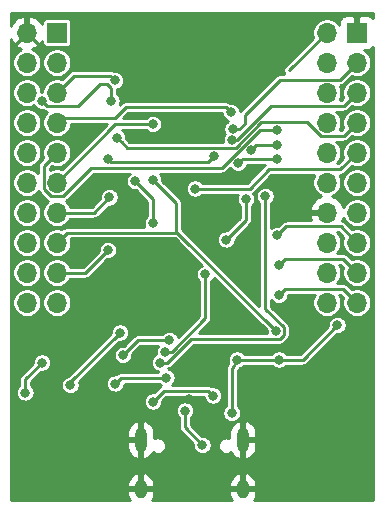
<source format=gbr>
%TF.GenerationSoftware,KiCad,Pcbnew,(5.1.6-0-10_14)*%
%TF.CreationDate,2020-08-20T11:34:32+02:00*%
%TF.ProjectId,USBCWrover,55534243-5772-46f7-9665-722e6b696361,rev?*%
%TF.SameCoordinates,Original*%
%TF.FileFunction,Copper,L2,Bot*%
%TF.FilePolarity,Positive*%
%FSLAX46Y46*%
G04 Gerber Fmt 4.6, Leading zero omitted, Abs format (unit mm)*
G04 Created by KiCad (PCBNEW (5.1.6-0-10_14)) date 2020-08-20 11:34:32*
%MOMM*%
%LPD*%
G01*
G04 APERTURE LIST*
%TA.AperFunction,ComponentPad*%
%ADD10O,1.700000X1.700000*%
%TD*%
%TA.AperFunction,ComponentPad*%
%ADD11R,1.700000X1.700000*%
%TD*%
%TA.AperFunction,ComponentPad*%
%ADD12O,1.000000X2.100000*%
%TD*%
%TA.AperFunction,ComponentPad*%
%ADD13O,1.000000X1.600000*%
%TD*%
%TA.AperFunction,ViaPad*%
%ADD14C,0.800000*%
%TD*%
%TA.AperFunction,Conductor*%
%ADD15C,0.250000*%
%TD*%
%TA.AperFunction,Conductor*%
%ADD16C,0.254000*%
%TD*%
G04 APERTURE END LIST*
D10*
%TO.P,J3,20*%
%TO.N,CMD_IO11*%
X127000000Y-129540000D03*
%TO.P,J3,19*%
%TO.N,SD3_IO10*%
X129540000Y-129540000D03*
%TO.P,J3,18*%
%TO.N,SD2_IO9*%
X127000000Y-127000000D03*
%TO.P,J3,17*%
%TO.N,IO13*%
X129540000Y-127000000D03*
%TO.P,J3,16*%
%TO.N,Net-(J3-Pad16)*%
X127000000Y-124460000D03*
%TO.P,J3,15*%
%TO.N,+3V3*%
X129540000Y-124460000D03*
%TO.P,J3,14*%
%TO.N,IO14*%
X127000000Y-121920000D03*
%TO.P,J3,13*%
%TO.N,IO5*%
X129540000Y-121920000D03*
%TO.P,J3,12*%
%TO.N,IO34*%
X127000000Y-119380000D03*
%TO.P,J3,11*%
%TO.N,IO23*%
X129540000Y-119380000D03*
%TO.P,J3,10*%
%TO.N,IO33*%
X127000000Y-116840000D03*
%TO.P,J3,9*%
%TO.N,IO19*%
X129540000Y-116840000D03*
%TO.P,J3,8*%
%TO.N,IO35*%
X127000000Y-114300000D03*
%TO.P,J3,7*%
%TO.N,IO18*%
X129540000Y-114300000D03*
%TO.P,J3,6*%
%TO.N,SENSOR_VN*%
X127000000Y-111760000D03*
%TO.P,J3,5*%
%TO.N,IO26*%
X129540000Y-111760000D03*
%TO.P,J3,4*%
%TO.N,Net-(J3-Pad4)*%
X127000000Y-109220000D03*
%TO.P,J3,3*%
%TO.N,Sensor_VP*%
X129540000Y-109220000D03*
%TO.P,J3,2*%
%TO.N,GND*%
X127000000Y-106680000D03*
D11*
%TO.P,J3,1*%
%TO.N,ESP_RST*%
X129540000Y-106680000D03*
%TD*%
D10*
%TO.P,J2,20*%
%TO.N,SD0_IO7*%
X152400000Y-129540000D03*
%TO.P,J2,19*%
%TO.N,CLK_IO6*%
X154940000Y-129540000D03*
%TO.P,J2,18*%
%TO.N,IO15*%
X152400000Y-127000000D03*
%TO.P,J2,17*%
%TO.N,SD1_IO8*%
X154940000Y-127000000D03*
%TO.P,J2,16*%
%TO.N,+5V*%
X152400000Y-124460000D03*
%TO.P,J2,15*%
%TO.N,IO2*%
X154940000Y-124460000D03*
%TO.P,J2,14*%
%TO.N,GND*%
X152400000Y-121920000D03*
%TO.P,J2,13*%
%TO.N,ESP_FLS*%
X154940000Y-121920000D03*
%TO.P,J2,12*%
%TO.N,IO16*%
X152400000Y-119380000D03*
%TO.P,J2,11*%
%TO.N,IO4*%
X154940000Y-119380000D03*
%TO.P,J2,10*%
%TO.N,IO17*%
X152400000Y-116840000D03*
%TO.P,J2,9*%
%TO.N,IO12*%
X154940000Y-116840000D03*
%TO.P,J2,8*%
%TO.N,IO21*%
X152400000Y-114300000D03*
%TO.P,J2,7*%
%TO.N,IO32*%
X154940000Y-114300000D03*
%TO.P,J2,6*%
%TO.N,IO22*%
X152400000Y-111760000D03*
%TO.P,J2,5*%
%TO.N,IO25*%
X154940000Y-111760000D03*
%TO.P,J2,4*%
%TO.N,ESP_RXD*%
X152400000Y-109220000D03*
%TO.P,J2,3*%
%TO.N,IO27*%
X154940000Y-109220000D03*
%TO.P,J2,2*%
%TO.N,ESP_TXD*%
X152400000Y-106680000D03*
D11*
%TO.P,J2,1*%
%TO.N,GND*%
X154940000Y-106680000D03*
%TD*%
D12*
%TO.P,J1,S1*%
%TO.N,GND*%
X145290000Y-141142000D03*
X136650000Y-141142000D03*
D13*
X136650000Y-145322000D03*
X145290000Y-145322000D03*
%TD*%
D14*
%TO.N,GND*%
X152146000Y-134620000D03*
X132461000Y-136652000D03*
X126746000Y-131699000D03*
X135636000Y-107061000D03*
X145796000Y-108712000D03*
X143891000Y-118872000D03*
X142621000Y-114935000D03*
X143891000Y-121285000D03*
X145542000Y-130810000D03*
X149860000Y-130683000D03*
X138684000Y-126873000D03*
X139319000Y-124841000D03*
X140081000Y-125603000D03*
X136271000Y-125222000D03*
X136398000Y-127127000D03*
X136017000Y-121412000D03*
X137026787Y-115325320D03*
X140764272Y-137680653D03*
%TO.N,+3V3*%
X142748000Y-137414000D03*
X137668000Y-137922000D03*
X148082000Y-131953000D03*
X137668000Y-119143000D03*
%TO.N,+5V*%
X144340153Y-138879153D03*
X144780000Y-134366000D03*
X148336000Y-134366000D03*
X153289000Y-131445000D03*
%TO.N,USB_D+*%
X141859000Y-141605000D03*
X140372028Y-138684000D03*
%TO.N,ESP_RST*%
X128270000Y-134620000D03*
X136144000Y-119253000D03*
X137668000Y-122809000D03*
X126873000Y-137160000D03*
%TO.N,SER_RTS*%
X135128000Y-133985000D03*
X139065000Y-132715000D03*
%TO.N,ESP_FLS*%
X134874000Y-132080000D03*
X130683000Y-136525000D03*
%TO.N,SER_DTR*%
X138811000Y-135890000D03*
X134493010Y-136398000D03*
%TO.N,ESP_TXD*%
X138684000Y-133731000D03*
X142113000Y-127127000D03*
X143891000Y-124206000D03*
X145542000Y-120777000D03*
%TO.N,ESP_RXD*%
X138303000Y-134620000D03*
X147193000Y-120523000D03*
%TO.N,CLK_IO6*%
X148336000Y-128905000D03*
%TO.N,IO5*%
X133985000Y-120632990D03*
X144888003Y-117747999D03*
X148209000Y-117348000D03*
%TO.N,IO34*%
X128302609Y-112472999D03*
X134164948Y-112440227D03*
%TO.N,IO23*%
X137668000Y-114427002D03*
%TO.N,IO19*%
X148183600Y-114909600D03*
%TO.N,IO18*%
X148209000Y-116205000D03*
X144272000Y-113411002D03*
X145952261Y-116612899D03*
%TO.N,IO26*%
X134454313Y-110728275D03*
%TO.N,IO32*%
X134620000Y-115570000D03*
%TO.N,IO25*%
X133857992Y-117348000D03*
X142875008Y-117094000D03*
X144391230Y-115766849D03*
%TO.N,IO27*%
X144424437Y-114840432D03*
%TO.N,IO12*%
X141223994Y-119888000D03*
%TO.N,IO13*%
X133858000Y-125094998D03*
%TO.N,SD1_IO8*%
X148336000Y-126365000D03*
%TO.N,IO2*%
X148209000Y-123825000D03*
%TD*%
D15*
%TO.N,GND*%
X127000000Y-106680000D02*
X128143000Y-107823000D01*
X125984000Y-107696000D02*
X125984000Y-107950000D01*
X125984000Y-107696000D02*
X127000000Y-106680000D01*
%TO.N,+3V3*%
X138575999Y-137014001D02*
X137668000Y-137922000D01*
X142348001Y-137014001D02*
X138575999Y-137014001D01*
X142748000Y-137414000D02*
X142348001Y-137014001D01*
X139739001Y-123610001D02*
X148082000Y-131953000D01*
X129540000Y-124460000D02*
X130389999Y-123610001D01*
X139612001Y-123610001D02*
X139612001Y-121087001D01*
X130389999Y-123610001D02*
X139612001Y-123610001D01*
X139612001Y-121087001D02*
X137668000Y-119143000D01*
X139612001Y-123610001D02*
X139739001Y-123610001D01*
%TO.N,+5V*%
X144340153Y-135186847D02*
X144340153Y-138879153D01*
X144780000Y-134366000D02*
X144340153Y-135186847D01*
X148336000Y-134366000D02*
X144780000Y-134366000D01*
X150368000Y-134366000D02*
X148336000Y-134366000D01*
X153289000Y-131445000D02*
X150368000Y-134366000D01*
%TO.N,USB_D+*%
X141859000Y-141605000D02*
X140372028Y-140118028D01*
X140372028Y-140118028D02*
X140372028Y-138684000D01*
%TO.N,ESP_RST*%
X136144000Y-119253000D02*
X137668000Y-120777000D01*
X137668000Y-120777000D02*
X137668000Y-122809000D01*
X128270000Y-134620000D02*
X126873000Y-136017000D01*
X126873000Y-136017000D02*
X126873000Y-137160000D01*
%TO.N,SER_RTS*%
X136398000Y-132715000D02*
X139065000Y-132715000D01*
X135128000Y-133985000D02*
X136398000Y-132715000D01*
%TO.N,ESP_FLS*%
X130683000Y-136271000D02*
X130683000Y-136525000D01*
X134874000Y-132080000D02*
X130683000Y-136271000D01*
%TO.N,SER_DTR*%
X138811000Y-135890000D02*
X135001010Y-135890000D01*
X135001010Y-135890000D02*
X134493010Y-136398000D01*
%TO.N,ESP_TXD*%
X152400000Y-106680000D02*
X149225000Y-109855000D01*
X139249685Y-133731000D02*
X142113000Y-130867685D01*
X142113000Y-130867685D02*
X142113000Y-127127000D01*
X138684000Y-133731000D02*
X139249685Y-133731000D01*
X145542000Y-122555000D02*
X145542000Y-120777000D01*
X143891000Y-124206000D02*
X145542000Y-122555000D01*
%TO.N,ESP_RXD*%
X148734001Y-131640039D02*
X147193000Y-130099038D01*
X148734001Y-132265961D02*
X148734001Y-131640039D01*
X147193000Y-130099038D02*
X147193000Y-120523000D01*
X148394961Y-132605001D02*
X148734001Y-132265961D01*
X140908856Y-132605001D02*
X148394961Y-132605001D01*
X138893857Y-134620000D02*
X140908856Y-132605001D01*
X138303000Y-134620000D02*
X138893857Y-134620000D01*
%TO.N,CLK_IO6*%
X153764999Y-128364999D02*
X154940000Y-129540000D01*
X148876001Y-128364999D02*
X153764999Y-128364999D01*
X148336000Y-128905000D02*
X148876001Y-128364999D01*
%TO.N,IO5*%
X132697990Y-121920000D02*
X133985000Y-120632990D01*
X129540000Y-121920000D02*
X132697990Y-121920000D01*
X144888003Y-117747999D02*
X144888003Y-117747997D01*
X145288000Y-117348000D02*
X148209000Y-117348000D01*
X144888003Y-117747997D02*
X145288000Y-117348000D01*
%TO.N,IO34*%
X128702608Y-112872998D02*
X131348922Y-112872998D01*
X134164948Y-111360992D02*
X134164948Y-112440227D01*
X131348922Y-112872998D02*
X133199976Y-111021944D01*
X133825900Y-111021944D02*
X134164948Y-111360992D01*
X133199976Y-111021944D02*
X133825900Y-111021944D01*
X128302609Y-112472999D02*
X128702608Y-112872998D01*
%TO.N,IO23*%
X134492998Y-114427002D02*
X137668000Y-114427002D01*
X129540000Y-119380000D02*
X134492998Y-114427002D01*
%TO.N,IO19*%
X130068961Y-120482001D02*
X132440962Y-118110000D01*
X143519257Y-118110000D02*
X146719657Y-114909600D01*
X129540000Y-116840000D02*
X128437999Y-117942001D01*
X146719657Y-114909600D02*
X148183600Y-114909600D01*
X128437999Y-119908961D02*
X129011039Y-120482001D01*
X128437999Y-117942001D02*
X128437999Y-119908961D01*
X132440962Y-118110000D02*
X143519257Y-118110000D01*
X129011039Y-120482001D02*
X130068961Y-120482001D01*
%TO.N,IO18*%
X146360160Y-116205000D02*
X145952261Y-116612899D01*
X148209000Y-116205000D02*
X146360160Y-116205000D01*
X135375825Y-113011003D02*
X143872001Y-113011003D01*
X143872001Y-113011003D02*
X144272000Y-113411002D01*
X129921000Y-113919000D02*
X134467828Y-113919000D01*
X134467828Y-113919000D02*
X135375825Y-113011003D01*
X129540000Y-114300000D02*
X129921000Y-113919000D01*
%TO.N,IO26*%
X134054314Y-110328276D02*
X134454313Y-110728275D01*
X130971724Y-110328276D02*
X134054314Y-110328276D01*
X129540000Y-111760000D02*
X130971724Y-110328276D01*
%TO.N,IO32*%
X135468850Y-116418850D02*
X135019999Y-115969999D01*
X151871039Y-115402001D02*
X150726636Y-114257598D01*
X154940000Y-114300000D02*
X153837999Y-115402001D01*
X135019999Y-115969999D02*
X134620000Y-115570000D01*
X153837999Y-115402001D02*
X151871039Y-115402001D01*
X146838485Y-114257598D02*
X144677233Y-116418850D01*
X144677233Y-116418850D02*
X135468850Y-116418850D01*
X150726636Y-114257598D02*
X146838485Y-114257598D01*
%TO.N,IO25*%
X142367008Y-117602000D02*
X142875008Y-117094000D01*
X134111992Y-117602000D02*
X142367008Y-117602000D01*
X133857992Y-117348000D02*
X134111992Y-117602000D01*
X144767836Y-115766849D02*
X144391230Y-115766849D01*
X154940000Y-111760000D02*
X153837999Y-112862001D01*
X153837999Y-112862001D02*
X147672684Y-112862001D01*
X147672684Y-112862001D02*
X144767836Y-115766849D01*
%TO.N,IO27*%
X145432001Y-114398553D02*
X144990122Y-114840432D01*
X154940000Y-109220000D02*
X153502001Y-110657999D01*
X145432001Y-113647999D02*
X145432001Y-114398553D01*
X144990122Y-114840432D02*
X144424437Y-114840432D01*
X153502001Y-110657999D02*
X148422001Y-110657999D01*
X148422001Y-110657999D02*
X145432001Y-113647999D01*
%TO.N,IO12*%
X154940000Y-116840000D02*
X153512977Y-118267023D01*
X153512977Y-118267023D02*
X147492939Y-118267023D01*
X145871962Y-119888000D02*
X141223994Y-119888000D01*
X147492939Y-118267023D02*
X145871962Y-119888000D01*
%TO.N,IO13*%
X129540000Y-127000000D02*
X131952998Y-127000000D01*
X131952998Y-127000000D02*
X133858000Y-125094998D01*
%TO.N,SD1_IO8*%
X153764999Y-125824999D02*
X154940000Y-127000000D01*
X148876001Y-125824999D02*
X153764999Y-125824999D01*
X148336000Y-126365000D02*
X148876001Y-125824999D01*
%TO.N,IO2*%
X153575001Y-123095001D02*
X154940000Y-124460000D01*
X148938999Y-123095001D02*
X153575001Y-123095001D01*
X148209000Y-123825000D02*
X148938999Y-123095001D01*
%TD*%
D16*
%TO.N,GND*%
G36*
X156312000Y-105465104D02*
G01*
X156241185Y-105378815D01*
X156144494Y-105299463D01*
X156034180Y-105240498D01*
X155914482Y-105204188D01*
X155790000Y-105191928D01*
X155225750Y-105195000D01*
X155067000Y-105353750D01*
X155067000Y-106553000D01*
X155087000Y-106553000D01*
X155087000Y-106807000D01*
X155067000Y-106807000D01*
X155067000Y-106827000D01*
X154813000Y-106827000D01*
X154813000Y-106807000D01*
X154793000Y-106807000D01*
X154793000Y-106553000D01*
X154813000Y-106553000D01*
X154813000Y-105353750D01*
X154654250Y-105195000D01*
X154090000Y-105191928D01*
X153965518Y-105204188D01*
X153845820Y-105240498D01*
X153735506Y-105299463D01*
X153638815Y-105378815D01*
X153559463Y-105475506D01*
X153500498Y-105585820D01*
X153464188Y-105705518D01*
X153451928Y-105830000D01*
X153453073Y-106040294D01*
X153356180Y-105895283D01*
X153184717Y-105723820D01*
X152983097Y-105589102D01*
X152759069Y-105496307D01*
X152521243Y-105449000D01*
X152278757Y-105449000D01*
X152040931Y-105496307D01*
X151816903Y-105589102D01*
X151615283Y-105723820D01*
X151443820Y-105895283D01*
X151309102Y-106096903D01*
X151216307Y-106320931D01*
X151169000Y-106558757D01*
X151169000Y-106801243D01*
X151216307Y-107039069D01*
X151248242Y-107116167D01*
X148849630Y-109514779D01*
X148802242Y-109572522D01*
X148755255Y-109660426D01*
X148726322Y-109755808D01*
X148716553Y-109855000D01*
X148726322Y-109954192D01*
X148755255Y-110049574D01*
X148802242Y-110137478D01*
X148814159Y-110151999D01*
X148446855Y-110151999D01*
X148422001Y-110149551D01*
X148397147Y-110151999D01*
X148322808Y-110159321D01*
X148227426Y-110188254D01*
X148139522Y-110235240D01*
X148062474Y-110298472D01*
X148046630Y-110317778D01*
X145091786Y-113272623D01*
X145072474Y-113288472D01*
X145049497Y-113316469D01*
X145022987Y-113183193D01*
X144964113Y-113041060D01*
X144878642Y-112913143D01*
X144769859Y-112804360D01*
X144641942Y-112718889D01*
X144499809Y-112660015D01*
X144348922Y-112630002D01*
X144205362Y-112630002D01*
X144154480Y-112588244D01*
X144066576Y-112541258D01*
X143971194Y-112512325D01*
X143896855Y-112505003D01*
X143896847Y-112505003D01*
X143872001Y-112502556D01*
X143847155Y-112505003D01*
X135400679Y-112505003D01*
X135375825Y-112502555D01*
X135350971Y-112505003D01*
X135276632Y-112512325D01*
X135181250Y-112541258D01*
X135093346Y-112588244D01*
X135016298Y-112651476D01*
X135000453Y-112670783D01*
X134848994Y-112822242D01*
X134857061Y-112810169D01*
X134915935Y-112668036D01*
X134945948Y-112517149D01*
X134945948Y-112363305D01*
X134915935Y-112212418D01*
X134857061Y-112070285D01*
X134771590Y-111942368D01*
X134670948Y-111841726D01*
X134670948Y-111481485D01*
X134682122Y-111479262D01*
X134824255Y-111420388D01*
X134952172Y-111334917D01*
X135060955Y-111226134D01*
X135146426Y-111098217D01*
X135205300Y-110956084D01*
X135235313Y-110805197D01*
X135235313Y-110651353D01*
X135205300Y-110500466D01*
X135146426Y-110358333D01*
X135060955Y-110230416D01*
X134952172Y-110121633D01*
X134824255Y-110036162D01*
X134682122Y-109977288D01*
X134531235Y-109947275D01*
X134387675Y-109947275D01*
X134336793Y-109905517D01*
X134248889Y-109858531D01*
X134153507Y-109829598D01*
X134079168Y-109822276D01*
X134079160Y-109822276D01*
X134054314Y-109819829D01*
X134029468Y-109822276D01*
X130996569Y-109822276D01*
X130971723Y-109819829D01*
X130946877Y-109822276D01*
X130946870Y-109822276D01*
X130882418Y-109828624D01*
X130872530Y-109829598D01*
X130850331Y-109836332D01*
X130777149Y-109858531D01*
X130689245Y-109905517D01*
X130612197Y-109968749D01*
X130596352Y-109988056D01*
X129976167Y-110608242D01*
X129899069Y-110576307D01*
X129661243Y-110529000D01*
X129418757Y-110529000D01*
X129180931Y-110576307D01*
X128956903Y-110669102D01*
X128755283Y-110803820D01*
X128583820Y-110975283D01*
X128449102Y-111176903D01*
X128356307Y-111400931D01*
X128309000Y-111638757D01*
X128309000Y-111691999D01*
X128231000Y-111691999D01*
X128231000Y-111638757D01*
X128183693Y-111400931D01*
X128090898Y-111176903D01*
X127956180Y-110975283D01*
X127784717Y-110803820D01*
X127583097Y-110669102D01*
X127359069Y-110576307D01*
X127121243Y-110529000D01*
X126878757Y-110529000D01*
X126640931Y-110576307D01*
X126416903Y-110669102D01*
X126215283Y-110803820D01*
X126043820Y-110975283D01*
X125909102Y-111176903D01*
X125816307Y-111400931D01*
X125769000Y-111638757D01*
X125769000Y-111881243D01*
X125816307Y-112119069D01*
X125909102Y-112343097D01*
X126043820Y-112544717D01*
X126215283Y-112716180D01*
X126416903Y-112850898D01*
X126640931Y-112943693D01*
X126878757Y-112991000D01*
X127121243Y-112991000D01*
X127359069Y-112943693D01*
X127583097Y-112850898D01*
X127607138Y-112834834D01*
X127610496Y-112842941D01*
X127695967Y-112970858D01*
X127804750Y-113079641D01*
X127932667Y-113165112D01*
X128074800Y-113223986D01*
X128225687Y-113253999D01*
X128369247Y-113253999D01*
X128420129Y-113295757D01*
X128508033Y-113342743D01*
X128603415Y-113371676D01*
X128677754Y-113378998D01*
X128677761Y-113378998D01*
X128702607Y-113381445D01*
X128719302Y-113379801D01*
X128583820Y-113515283D01*
X128449102Y-113716903D01*
X128356307Y-113940931D01*
X128309000Y-114178757D01*
X128309000Y-114421243D01*
X128356307Y-114659069D01*
X128449102Y-114883097D01*
X128583820Y-115084717D01*
X128755283Y-115256180D01*
X128956903Y-115390898D01*
X129180931Y-115483693D01*
X129418757Y-115531000D01*
X129661243Y-115531000D01*
X129899069Y-115483693D01*
X130123097Y-115390898D01*
X130324717Y-115256180D01*
X130496180Y-115084717D01*
X130630898Y-114883097D01*
X130723693Y-114659069D01*
X130770253Y-114425000D01*
X133779408Y-114425000D01*
X129976167Y-118228242D01*
X129899069Y-118196307D01*
X129661243Y-118149000D01*
X129418757Y-118149000D01*
X129180931Y-118196307D01*
X128956903Y-118289102D01*
X128943999Y-118297724D01*
X128943999Y-118151592D01*
X129103833Y-117991758D01*
X129180931Y-118023693D01*
X129418757Y-118071000D01*
X129661243Y-118071000D01*
X129899069Y-118023693D01*
X130123097Y-117930898D01*
X130324717Y-117796180D01*
X130496180Y-117624717D01*
X130630898Y-117423097D01*
X130723693Y-117199069D01*
X130771000Y-116961243D01*
X130771000Y-116718757D01*
X130723693Y-116480931D01*
X130630898Y-116256903D01*
X130496180Y-116055283D01*
X130324717Y-115883820D01*
X130123097Y-115749102D01*
X129899069Y-115656307D01*
X129661243Y-115609000D01*
X129418757Y-115609000D01*
X129180931Y-115656307D01*
X128956903Y-115749102D01*
X128755283Y-115883820D01*
X128583820Y-116055283D01*
X128449102Y-116256903D01*
X128356307Y-116480931D01*
X128309000Y-116718757D01*
X128309000Y-116961243D01*
X128356307Y-117199069D01*
X128388242Y-117276167D01*
X128097784Y-117566625D01*
X128078472Y-117582474D01*
X128015240Y-117659522D01*
X127968254Y-117747427D01*
X127939321Y-117842809D01*
X127931999Y-117917148D01*
X127931999Y-117917155D01*
X127929552Y-117942001D01*
X127931999Y-117966847D01*
X127931999Y-118571102D01*
X127784717Y-118423820D01*
X127583097Y-118289102D01*
X127359069Y-118196307D01*
X127121243Y-118149000D01*
X126878757Y-118149000D01*
X126640931Y-118196307D01*
X126416903Y-118289102D01*
X126215283Y-118423820D01*
X126043820Y-118595283D01*
X125909102Y-118796903D01*
X125816307Y-119020931D01*
X125769000Y-119258757D01*
X125769000Y-119501243D01*
X125816307Y-119739069D01*
X125909102Y-119963097D01*
X126043820Y-120164717D01*
X126215283Y-120336180D01*
X126416903Y-120470898D01*
X126640931Y-120563693D01*
X126878757Y-120611000D01*
X127121243Y-120611000D01*
X127359069Y-120563693D01*
X127583097Y-120470898D01*
X127784717Y-120336180D01*
X127956180Y-120164717D01*
X127981057Y-120127486D01*
X127984705Y-120134312D01*
X128015241Y-120191440D01*
X128078473Y-120268488D01*
X128097779Y-120284332D01*
X128635667Y-120822221D01*
X128651512Y-120841528D01*
X128728560Y-120904760D01*
X128792513Y-120938944D01*
X128755283Y-120963820D01*
X128583820Y-121135283D01*
X128449102Y-121336903D01*
X128356307Y-121560931D01*
X128309000Y-121798757D01*
X128309000Y-122041243D01*
X128356307Y-122279069D01*
X128449102Y-122503097D01*
X128583820Y-122704717D01*
X128755283Y-122876180D01*
X128956903Y-123010898D01*
X129180931Y-123103693D01*
X129418757Y-123151000D01*
X129661243Y-123151000D01*
X129899069Y-123103693D01*
X130123097Y-123010898D01*
X130324717Y-122876180D01*
X130496180Y-122704717D01*
X130630898Y-122503097D01*
X130662832Y-122426000D01*
X132673144Y-122426000D01*
X132697990Y-122428447D01*
X132722836Y-122426000D01*
X132722844Y-122426000D01*
X132797183Y-122418678D01*
X132892565Y-122389745D01*
X132980469Y-122342759D01*
X133057517Y-122279527D01*
X133073366Y-122260215D01*
X133919592Y-121413990D01*
X134061922Y-121413990D01*
X134212809Y-121383977D01*
X134354942Y-121325103D01*
X134482859Y-121239632D01*
X134591642Y-121130849D01*
X134677113Y-121002932D01*
X134735987Y-120860799D01*
X134766000Y-120709912D01*
X134766000Y-120556068D01*
X134735987Y-120405181D01*
X134677113Y-120263048D01*
X134591642Y-120135131D01*
X134482859Y-120026348D01*
X134354942Y-119940877D01*
X134212809Y-119882003D01*
X134061922Y-119851990D01*
X133908078Y-119851990D01*
X133757191Y-119882003D01*
X133615058Y-119940877D01*
X133487141Y-120026348D01*
X133378358Y-120135131D01*
X133292887Y-120263048D01*
X133234013Y-120405181D01*
X133204000Y-120556068D01*
X133204000Y-120698398D01*
X132488399Y-121414000D01*
X130662832Y-121414000D01*
X130630898Y-121336903D01*
X130496180Y-121135283D01*
X130324717Y-120963820D01*
X130287487Y-120938944D01*
X130351440Y-120904760D01*
X130428488Y-120841528D01*
X130444337Y-120822216D01*
X132650554Y-118616000D01*
X135691575Y-118616000D01*
X135646141Y-118646358D01*
X135537358Y-118755141D01*
X135451887Y-118883058D01*
X135393013Y-119025191D01*
X135363000Y-119176078D01*
X135363000Y-119329922D01*
X135393013Y-119480809D01*
X135451887Y-119622942D01*
X135537358Y-119750859D01*
X135646141Y-119859642D01*
X135774058Y-119945113D01*
X135916191Y-120003987D01*
X136067078Y-120034000D01*
X136209409Y-120034000D01*
X137162000Y-120986592D01*
X137162001Y-122210498D01*
X137061358Y-122311141D01*
X136975887Y-122439058D01*
X136917013Y-122581191D01*
X136887000Y-122732078D01*
X136887000Y-122885922D01*
X136917013Y-123036809D01*
X136944845Y-123104001D01*
X130414844Y-123104001D01*
X130389998Y-123101554D01*
X130365152Y-123104001D01*
X130365145Y-123104001D01*
X130300693Y-123110349D01*
X130290805Y-123111323D01*
X130278097Y-123115178D01*
X130195424Y-123140256D01*
X130107520Y-123187242D01*
X130030472Y-123250474D01*
X130014627Y-123269781D01*
X129976166Y-123308242D01*
X129899069Y-123276307D01*
X129661243Y-123229000D01*
X129418757Y-123229000D01*
X129180931Y-123276307D01*
X128956903Y-123369102D01*
X128755283Y-123503820D01*
X128583820Y-123675283D01*
X128449102Y-123876903D01*
X128356307Y-124100931D01*
X128309000Y-124338757D01*
X128309000Y-124581243D01*
X128356307Y-124819069D01*
X128449102Y-125043097D01*
X128583820Y-125244717D01*
X128755283Y-125416180D01*
X128956903Y-125550898D01*
X129180931Y-125643693D01*
X129418757Y-125691000D01*
X129661243Y-125691000D01*
X129899069Y-125643693D01*
X130123097Y-125550898D01*
X130324717Y-125416180D01*
X130496180Y-125244717D01*
X130630898Y-125043097D01*
X130723693Y-124819069D01*
X130771000Y-124581243D01*
X130771000Y-124338757D01*
X130726691Y-124116001D01*
X139529410Y-124116001D01*
X141817472Y-126404063D01*
X141743058Y-126434887D01*
X141615141Y-126520358D01*
X141506358Y-126629141D01*
X141420887Y-126757058D01*
X141362013Y-126899191D01*
X141332000Y-127050078D01*
X141332000Y-127203922D01*
X141362013Y-127354809D01*
X141420887Y-127496942D01*
X141506358Y-127624859D01*
X141607001Y-127725502D01*
X141607000Y-130658093D01*
X139804832Y-132460261D01*
X139757113Y-132345058D01*
X139671642Y-132217141D01*
X139562859Y-132108358D01*
X139434942Y-132022887D01*
X139292809Y-131964013D01*
X139141922Y-131934000D01*
X138988078Y-131934000D01*
X138837191Y-131964013D01*
X138695058Y-132022887D01*
X138567141Y-132108358D01*
X138466499Y-132209000D01*
X136422845Y-132209000D01*
X136397999Y-132206553D01*
X136373153Y-132209000D01*
X136373146Y-132209000D01*
X136308694Y-132215348D01*
X136298806Y-132216322D01*
X136235656Y-132235478D01*
X136203425Y-132245255D01*
X136115521Y-132292241D01*
X136038473Y-132355473D01*
X136022628Y-132374780D01*
X135193409Y-133204000D01*
X135051078Y-133204000D01*
X134900191Y-133234013D01*
X134758058Y-133292887D01*
X134630141Y-133378358D01*
X134521358Y-133487141D01*
X134435887Y-133615058D01*
X134377013Y-133757191D01*
X134347000Y-133908078D01*
X134347000Y-134061922D01*
X134377013Y-134212809D01*
X134435887Y-134354942D01*
X134521358Y-134482859D01*
X134630141Y-134591642D01*
X134758058Y-134677113D01*
X134900191Y-134735987D01*
X135051078Y-134766000D01*
X135204922Y-134766000D01*
X135355809Y-134735987D01*
X135497942Y-134677113D01*
X135625859Y-134591642D01*
X135734642Y-134482859D01*
X135820113Y-134354942D01*
X135878987Y-134212809D01*
X135909000Y-134061922D01*
X135909000Y-133919591D01*
X136607592Y-133221000D01*
X138089499Y-133221000D01*
X138077358Y-133233141D01*
X137991887Y-133361058D01*
X137933013Y-133503191D01*
X137903000Y-133654078D01*
X137903000Y-133807922D01*
X137927589Y-133931541D01*
X137805141Y-134013358D01*
X137696358Y-134122141D01*
X137610887Y-134250058D01*
X137552013Y-134392191D01*
X137522000Y-134543078D01*
X137522000Y-134696922D01*
X137552013Y-134847809D01*
X137610887Y-134989942D01*
X137696358Y-135117859D01*
X137805141Y-135226642D01*
X137933058Y-135312113D01*
X138075191Y-135370987D01*
X138140612Y-135384000D01*
X135025855Y-135384000D01*
X135001009Y-135381553D01*
X134976163Y-135384000D01*
X134976156Y-135384000D01*
X134911704Y-135390348D01*
X134901816Y-135391322D01*
X134879617Y-135398056D01*
X134806435Y-135420255D01*
X134718531Y-135467241D01*
X134641483Y-135530473D01*
X134625638Y-135549780D01*
X134558418Y-135617000D01*
X134416088Y-135617000D01*
X134265201Y-135647013D01*
X134123068Y-135705887D01*
X133995151Y-135791358D01*
X133886368Y-135900141D01*
X133800897Y-136028058D01*
X133742023Y-136170191D01*
X133712010Y-136321078D01*
X133712010Y-136474922D01*
X133742023Y-136625809D01*
X133800897Y-136767942D01*
X133886368Y-136895859D01*
X133995151Y-137004642D01*
X134123068Y-137090113D01*
X134265201Y-137148987D01*
X134416088Y-137179000D01*
X134569932Y-137179000D01*
X134720819Y-137148987D01*
X134862952Y-137090113D01*
X134990869Y-137004642D01*
X135099652Y-136895859D01*
X135185123Y-136767942D01*
X135243997Y-136625809D01*
X135274010Y-136474922D01*
X135274010Y-136396000D01*
X138212499Y-136396000D01*
X138313141Y-136496642D01*
X138383471Y-136543635D01*
X138381424Y-136544256D01*
X138293520Y-136591242D01*
X138216472Y-136654474D01*
X138200627Y-136673781D01*
X137733409Y-137141000D01*
X137591078Y-137141000D01*
X137440191Y-137171013D01*
X137298058Y-137229887D01*
X137170141Y-137315358D01*
X137061358Y-137424141D01*
X136975887Y-137552058D01*
X136917013Y-137694191D01*
X136887000Y-137845078D01*
X136887000Y-137998922D01*
X136917013Y-138149809D01*
X136975887Y-138291942D01*
X137061358Y-138419859D01*
X137170141Y-138528642D01*
X137298058Y-138614113D01*
X137440191Y-138672987D01*
X137591078Y-138703000D01*
X137744922Y-138703000D01*
X137895809Y-138672987D01*
X138037942Y-138614113D01*
X138048470Y-138607078D01*
X139591028Y-138607078D01*
X139591028Y-138760922D01*
X139621041Y-138911809D01*
X139679915Y-139053942D01*
X139765386Y-139181859D01*
X139866029Y-139282502D01*
X139866028Y-140093181D01*
X139863581Y-140118028D01*
X139866028Y-140142874D01*
X139866028Y-140142881D01*
X139873350Y-140217220D01*
X139902283Y-140312602D01*
X139949269Y-140400507D01*
X140012501Y-140477555D01*
X140031813Y-140493404D01*
X141078000Y-141539592D01*
X141078000Y-141681922D01*
X141108013Y-141832809D01*
X141166887Y-141974942D01*
X141252358Y-142102859D01*
X141361141Y-142211642D01*
X141489058Y-142297113D01*
X141631191Y-142355987D01*
X141782078Y-142386000D01*
X141935922Y-142386000D01*
X142086809Y-142355987D01*
X142228942Y-142297113D01*
X142356859Y-142211642D01*
X142465642Y-142102859D01*
X142551113Y-141974942D01*
X142609987Y-141832809D01*
X142640000Y-141681922D01*
X142640000Y-141602465D01*
X143154000Y-141602465D01*
X143154000Y-141741535D01*
X143181131Y-141877933D01*
X143234351Y-142006416D01*
X143311614Y-142122049D01*
X143409951Y-142220386D01*
X143525584Y-142297649D01*
X143654067Y-142350869D01*
X143790465Y-142378000D01*
X143929535Y-142378000D01*
X144065933Y-142350869D01*
X144194416Y-142297649D01*
X144286693Y-142235992D01*
X144289997Y-142243678D01*
X144416839Y-142428169D01*
X144577236Y-142584369D01*
X144765024Y-142706276D01*
X144988126Y-142786119D01*
X145163000Y-142659954D01*
X145163000Y-141269000D01*
X145417000Y-141269000D01*
X145417000Y-142659954D01*
X145591874Y-142786119D01*
X145814976Y-142706276D01*
X146002764Y-142584369D01*
X146163161Y-142428169D01*
X146290003Y-142243678D01*
X146378415Y-142037987D01*
X146425000Y-141819000D01*
X146425000Y-141269000D01*
X145417000Y-141269000D01*
X145163000Y-141269000D01*
X145143000Y-141269000D01*
X145143000Y-141015000D01*
X145163000Y-141015000D01*
X145163000Y-139624046D01*
X145417000Y-139624046D01*
X145417000Y-141015000D01*
X146425000Y-141015000D01*
X146425000Y-140465000D01*
X146378415Y-140246013D01*
X146290003Y-140040322D01*
X146163161Y-139855831D01*
X146002764Y-139699631D01*
X145814976Y-139577724D01*
X145591874Y-139497881D01*
X145417000Y-139624046D01*
X145163000Y-139624046D01*
X144988126Y-139497881D01*
X144765024Y-139577724D01*
X144577236Y-139699631D01*
X144416839Y-139855831D01*
X144289997Y-140040322D01*
X144201585Y-140246013D01*
X144155000Y-140465000D01*
X144155000Y-141030024D01*
X144065933Y-140993131D01*
X143929535Y-140966000D01*
X143790465Y-140966000D01*
X143654067Y-140993131D01*
X143525584Y-141046351D01*
X143409951Y-141123614D01*
X143311614Y-141221951D01*
X143234351Y-141337584D01*
X143181131Y-141466067D01*
X143154000Y-141602465D01*
X142640000Y-141602465D01*
X142640000Y-141528078D01*
X142609987Y-141377191D01*
X142551113Y-141235058D01*
X142465642Y-141107141D01*
X142356859Y-140998358D01*
X142228942Y-140912887D01*
X142086809Y-140854013D01*
X141935922Y-140824000D01*
X141793592Y-140824000D01*
X140878028Y-139908437D01*
X140878028Y-139282501D01*
X140978670Y-139181859D01*
X141064141Y-139053942D01*
X141123015Y-138911809D01*
X141144811Y-138802231D01*
X143559153Y-138802231D01*
X143559153Y-138956075D01*
X143589166Y-139106962D01*
X143648040Y-139249095D01*
X143733511Y-139377012D01*
X143842294Y-139485795D01*
X143970211Y-139571266D01*
X144112344Y-139630140D01*
X144263231Y-139660153D01*
X144417075Y-139660153D01*
X144567962Y-139630140D01*
X144710095Y-139571266D01*
X144838012Y-139485795D01*
X144946795Y-139377012D01*
X145032266Y-139249095D01*
X145091140Y-139106962D01*
X145121153Y-138956075D01*
X145121153Y-138802231D01*
X145091140Y-138651344D01*
X145032266Y-138509211D01*
X144946795Y-138381294D01*
X144846153Y-138280652D01*
X144846153Y-135313871D01*
X144944953Y-135129490D01*
X145007809Y-135116987D01*
X145149942Y-135058113D01*
X145277859Y-134972642D01*
X145378501Y-134872000D01*
X147737499Y-134872000D01*
X147838141Y-134972642D01*
X147966058Y-135058113D01*
X148108191Y-135116987D01*
X148259078Y-135147000D01*
X148412922Y-135147000D01*
X148563809Y-135116987D01*
X148705942Y-135058113D01*
X148833859Y-134972642D01*
X148934501Y-134872000D01*
X150343154Y-134872000D01*
X150368000Y-134874447D01*
X150392846Y-134872000D01*
X150392854Y-134872000D01*
X150467193Y-134864678D01*
X150562575Y-134835745D01*
X150650479Y-134788759D01*
X150727527Y-134725527D01*
X150743376Y-134706215D01*
X153223592Y-132226000D01*
X153365922Y-132226000D01*
X153516809Y-132195987D01*
X153658942Y-132137113D01*
X153786859Y-132051642D01*
X153895642Y-131942859D01*
X153981113Y-131814942D01*
X154039987Y-131672809D01*
X154070000Y-131521922D01*
X154070000Y-131368078D01*
X154039987Y-131217191D01*
X153981113Y-131075058D01*
X153895642Y-130947141D01*
X153786859Y-130838358D01*
X153658942Y-130752887D01*
X153516809Y-130694013D01*
X153365922Y-130664000D01*
X153212078Y-130664000D01*
X153061191Y-130694013D01*
X152919058Y-130752887D01*
X152791141Y-130838358D01*
X152682358Y-130947141D01*
X152596887Y-131075058D01*
X152538013Y-131217191D01*
X152508000Y-131368078D01*
X152508000Y-131510408D01*
X150158409Y-133860000D01*
X148934501Y-133860000D01*
X148833859Y-133759358D01*
X148705942Y-133673887D01*
X148563809Y-133615013D01*
X148412922Y-133585000D01*
X148259078Y-133585000D01*
X148108191Y-133615013D01*
X147966058Y-133673887D01*
X147838141Y-133759358D01*
X147737499Y-133860000D01*
X145378501Y-133860000D01*
X145277859Y-133759358D01*
X145149942Y-133673887D01*
X145007809Y-133615013D01*
X144856922Y-133585000D01*
X144703078Y-133585000D01*
X144552191Y-133615013D01*
X144410058Y-133673887D01*
X144282141Y-133759358D01*
X144173358Y-133868141D01*
X144087887Y-133996058D01*
X144029013Y-134138191D01*
X143999000Y-134289078D01*
X143999000Y-134442922D01*
X144029013Y-134593809D01*
X144052927Y-134651543D01*
X143917563Y-134904162D01*
X143917394Y-134904368D01*
X143893932Y-134948262D01*
X143882410Y-134969765D01*
X143882310Y-134970006D01*
X143870408Y-134992273D01*
X143863232Y-135015931D01*
X143853753Y-135038748D01*
X143848803Y-135063496D01*
X143841475Y-135087655D01*
X143839053Y-135112248D01*
X143834205Y-135136486D01*
X143834179Y-135161731D01*
X143834153Y-135161994D01*
X143834153Y-135186800D01*
X143834102Y-135236159D01*
X143834153Y-135236417D01*
X143834154Y-138280651D01*
X143733511Y-138381294D01*
X143648040Y-138509211D01*
X143589166Y-138651344D01*
X143559153Y-138802231D01*
X141144811Y-138802231D01*
X141153028Y-138760922D01*
X141153028Y-138607078D01*
X141123015Y-138456191D01*
X141064141Y-138314058D01*
X140978670Y-138186141D01*
X140869887Y-138077358D01*
X140741970Y-137991887D01*
X140599837Y-137933013D01*
X140448950Y-137903000D01*
X140295106Y-137903000D01*
X140144219Y-137933013D01*
X140002086Y-137991887D01*
X139874169Y-138077358D01*
X139765386Y-138186141D01*
X139679915Y-138314058D01*
X139621041Y-138456191D01*
X139591028Y-138607078D01*
X138048470Y-138607078D01*
X138165859Y-138528642D01*
X138274642Y-138419859D01*
X138360113Y-138291942D01*
X138418987Y-138149809D01*
X138449000Y-137998922D01*
X138449000Y-137856591D01*
X138785591Y-137520001D01*
X141972784Y-137520001D01*
X141997013Y-137641809D01*
X142055887Y-137783942D01*
X142141358Y-137911859D01*
X142250141Y-138020642D01*
X142378058Y-138106113D01*
X142520191Y-138164987D01*
X142671078Y-138195000D01*
X142824922Y-138195000D01*
X142975809Y-138164987D01*
X143117942Y-138106113D01*
X143245859Y-138020642D01*
X143354642Y-137911859D01*
X143440113Y-137783942D01*
X143498987Y-137641809D01*
X143529000Y-137490922D01*
X143529000Y-137337078D01*
X143498987Y-137186191D01*
X143440113Y-137044058D01*
X143354642Y-136916141D01*
X143245859Y-136807358D01*
X143117942Y-136721887D01*
X142975809Y-136663013D01*
X142824922Y-136633000D01*
X142681362Y-136633000D01*
X142630480Y-136591242D01*
X142542576Y-136544256D01*
X142447194Y-136515323D01*
X142372855Y-136508001D01*
X142372847Y-136508001D01*
X142348001Y-136505554D01*
X142323155Y-136508001D01*
X139291859Y-136508001D01*
X139308859Y-136496642D01*
X139417642Y-136387859D01*
X139503113Y-136259942D01*
X139561987Y-136117809D01*
X139592000Y-135966922D01*
X139592000Y-135813078D01*
X139561987Y-135662191D01*
X139503113Y-135520058D01*
X139417642Y-135392141D01*
X139308859Y-135283358D01*
X139180942Y-135197887D01*
X139038809Y-135139013D01*
X138955280Y-135122398D01*
X138993050Y-135118678D01*
X139088432Y-135089745D01*
X139176336Y-135042759D01*
X139253384Y-134979527D01*
X139269233Y-134960215D01*
X141118448Y-133111001D01*
X148370115Y-133111001D01*
X148394961Y-133113448D01*
X148419807Y-133111001D01*
X148419815Y-133111001D01*
X148494154Y-133103679D01*
X148589536Y-133074746D01*
X148677440Y-133027760D01*
X148754488Y-132964528D01*
X148770337Y-132945216D01*
X149074216Y-132641337D01*
X149093528Y-132625488D01*
X149156760Y-132548440D01*
X149203746Y-132460536D01*
X149232679Y-132365154D01*
X149240001Y-132290815D01*
X149240001Y-132290807D01*
X149242448Y-132265961D01*
X149240001Y-132241115D01*
X149240001Y-131664893D01*
X149242449Y-131640039D01*
X149232679Y-131540846D01*
X149203746Y-131445464D01*
X149172970Y-131387887D01*
X149156760Y-131357560D01*
X149093528Y-131280512D01*
X149074221Y-131264667D01*
X147699000Y-129889447D01*
X147699000Y-129357425D01*
X147729358Y-129402859D01*
X147838141Y-129511642D01*
X147966058Y-129597113D01*
X148108191Y-129655987D01*
X148259078Y-129686000D01*
X148412922Y-129686000D01*
X148563809Y-129655987D01*
X148705942Y-129597113D01*
X148833859Y-129511642D01*
X148942642Y-129402859D01*
X149028113Y-129274942D01*
X149086987Y-129132809D01*
X149117000Y-128981922D01*
X149117000Y-128870999D01*
X151366501Y-128870999D01*
X151309102Y-128956903D01*
X151216307Y-129180931D01*
X151169000Y-129418757D01*
X151169000Y-129661243D01*
X151216307Y-129899069D01*
X151309102Y-130123097D01*
X151443820Y-130324717D01*
X151615283Y-130496180D01*
X151816903Y-130630898D01*
X152040931Y-130723693D01*
X152278757Y-130771000D01*
X152521243Y-130771000D01*
X152759069Y-130723693D01*
X152983097Y-130630898D01*
X153184717Y-130496180D01*
X153356180Y-130324717D01*
X153490898Y-130123097D01*
X153583693Y-129899069D01*
X153631000Y-129661243D01*
X153631000Y-129418757D01*
X153583693Y-129180931D01*
X153490898Y-128956903D01*
X153433499Y-128870999D01*
X153555408Y-128870999D01*
X153788242Y-129103833D01*
X153756307Y-129180931D01*
X153709000Y-129418757D01*
X153709000Y-129661243D01*
X153756307Y-129899069D01*
X153849102Y-130123097D01*
X153983820Y-130324717D01*
X154155283Y-130496180D01*
X154356903Y-130630898D01*
X154580931Y-130723693D01*
X154818757Y-130771000D01*
X155061243Y-130771000D01*
X155299069Y-130723693D01*
X155523097Y-130630898D01*
X155724717Y-130496180D01*
X155896180Y-130324717D01*
X156030898Y-130123097D01*
X156123693Y-129899069D01*
X156171000Y-129661243D01*
X156171000Y-129418757D01*
X156123693Y-129180931D01*
X156030898Y-128956903D01*
X155896180Y-128755283D01*
X155724717Y-128583820D01*
X155523097Y-128449102D01*
X155299069Y-128356307D01*
X155061243Y-128309000D01*
X154818757Y-128309000D01*
X154580931Y-128356307D01*
X154503833Y-128388242D01*
X154140375Y-128024784D01*
X154124526Y-128005472D01*
X154047478Y-127942240D01*
X153959574Y-127895254D01*
X153864192Y-127866321D01*
X153789853Y-127858999D01*
X153789845Y-127858999D01*
X153764999Y-127856552D01*
X153740153Y-127858999D01*
X153281898Y-127858999D01*
X153356180Y-127784717D01*
X153490898Y-127583097D01*
X153583693Y-127359069D01*
X153631000Y-127121243D01*
X153631000Y-126878757D01*
X153583693Y-126640931D01*
X153490898Y-126416903D01*
X153433499Y-126330999D01*
X153555408Y-126330999D01*
X153788242Y-126563833D01*
X153756307Y-126640931D01*
X153709000Y-126878757D01*
X153709000Y-127121243D01*
X153756307Y-127359069D01*
X153849102Y-127583097D01*
X153983820Y-127784717D01*
X154155283Y-127956180D01*
X154356903Y-128090898D01*
X154580931Y-128183693D01*
X154818757Y-128231000D01*
X155061243Y-128231000D01*
X155299069Y-128183693D01*
X155523097Y-128090898D01*
X155724717Y-127956180D01*
X155896180Y-127784717D01*
X156030898Y-127583097D01*
X156123693Y-127359069D01*
X156171000Y-127121243D01*
X156171000Y-126878757D01*
X156123693Y-126640931D01*
X156030898Y-126416903D01*
X155896180Y-126215283D01*
X155724717Y-126043820D01*
X155523097Y-125909102D01*
X155299069Y-125816307D01*
X155061243Y-125769000D01*
X154818757Y-125769000D01*
X154580931Y-125816307D01*
X154503833Y-125848242D01*
X154140375Y-125484784D01*
X154124526Y-125465472D01*
X154047478Y-125402240D01*
X153959574Y-125355254D01*
X153864192Y-125326321D01*
X153789853Y-125318999D01*
X153789845Y-125318999D01*
X153764999Y-125316552D01*
X153740153Y-125318999D01*
X153281898Y-125318999D01*
X153356180Y-125244717D01*
X153490898Y-125043097D01*
X153583693Y-124819069D01*
X153631000Y-124581243D01*
X153631000Y-124338757D01*
X153583693Y-124100931D01*
X153490898Y-123876903D01*
X153356180Y-123675283D01*
X153281898Y-123601001D01*
X153365410Y-123601001D01*
X153788242Y-124023833D01*
X153756307Y-124100931D01*
X153709000Y-124338757D01*
X153709000Y-124581243D01*
X153756307Y-124819069D01*
X153849102Y-125043097D01*
X153983820Y-125244717D01*
X154155283Y-125416180D01*
X154356903Y-125550898D01*
X154580931Y-125643693D01*
X154818757Y-125691000D01*
X155061243Y-125691000D01*
X155299069Y-125643693D01*
X155523097Y-125550898D01*
X155724717Y-125416180D01*
X155896180Y-125244717D01*
X156030898Y-125043097D01*
X156123693Y-124819069D01*
X156171000Y-124581243D01*
X156171000Y-124338757D01*
X156123693Y-124100931D01*
X156030898Y-123876903D01*
X155896180Y-123675283D01*
X155724717Y-123503820D01*
X155523097Y-123369102D01*
X155299069Y-123276307D01*
X155061243Y-123229000D01*
X154818757Y-123229000D01*
X154580931Y-123276307D01*
X154503833Y-123308242D01*
X153950377Y-122754786D01*
X153934528Y-122735474D01*
X153857480Y-122672242D01*
X153769576Y-122625256D01*
X153709668Y-122607084D01*
X153796825Y-122424099D01*
X153805091Y-122396846D01*
X153849102Y-122503097D01*
X153983820Y-122704717D01*
X154155283Y-122876180D01*
X154356903Y-123010898D01*
X154580931Y-123103693D01*
X154818757Y-123151000D01*
X155061243Y-123151000D01*
X155299069Y-123103693D01*
X155523097Y-123010898D01*
X155724717Y-122876180D01*
X155896180Y-122704717D01*
X156030898Y-122503097D01*
X156123693Y-122279069D01*
X156171000Y-122041243D01*
X156171000Y-121798757D01*
X156123693Y-121560931D01*
X156030898Y-121336903D01*
X155896180Y-121135283D01*
X155724717Y-120963820D01*
X155523097Y-120829102D01*
X155299069Y-120736307D01*
X155061243Y-120689000D01*
X154818757Y-120689000D01*
X154580931Y-120736307D01*
X154356903Y-120829102D01*
X154155283Y-120963820D01*
X153983820Y-121135283D01*
X153849102Y-121336903D01*
X153805091Y-121443154D01*
X153796825Y-121415901D01*
X153671641Y-121153080D01*
X153497588Y-120919731D01*
X153281355Y-120724822D01*
X153031252Y-120575843D01*
X152868832Y-120518228D01*
X152983097Y-120470898D01*
X153184717Y-120336180D01*
X153356180Y-120164717D01*
X153490898Y-119963097D01*
X153583693Y-119739069D01*
X153631000Y-119501243D01*
X153631000Y-119258757D01*
X153709000Y-119258757D01*
X153709000Y-119501243D01*
X153756307Y-119739069D01*
X153849102Y-119963097D01*
X153983820Y-120164717D01*
X154155283Y-120336180D01*
X154356903Y-120470898D01*
X154580931Y-120563693D01*
X154818757Y-120611000D01*
X155061243Y-120611000D01*
X155299069Y-120563693D01*
X155523097Y-120470898D01*
X155724717Y-120336180D01*
X155896180Y-120164717D01*
X156030898Y-119963097D01*
X156123693Y-119739069D01*
X156171000Y-119501243D01*
X156171000Y-119258757D01*
X156123693Y-119020931D01*
X156030898Y-118796903D01*
X155896180Y-118595283D01*
X155724717Y-118423820D01*
X155523097Y-118289102D01*
X155299069Y-118196307D01*
X155061243Y-118149000D01*
X154818757Y-118149000D01*
X154580931Y-118196307D01*
X154356903Y-118289102D01*
X154155283Y-118423820D01*
X153983820Y-118595283D01*
X153849102Y-118796903D01*
X153756307Y-119020931D01*
X153709000Y-119258757D01*
X153631000Y-119258757D01*
X153583693Y-119020931D01*
X153490898Y-118796903D01*
X153474942Y-118773023D01*
X153488131Y-118773023D01*
X153512977Y-118775470D01*
X153537823Y-118773023D01*
X153537831Y-118773023D01*
X153612170Y-118765701D01*
X153707552Y-118736768D01*
X153795456Y-118689782D01*
X153872504Y-118626550D01*
X153888353Y-118607238D01*
X154503833Y-117991758D01*
X154580931Y-118023693D01*
X154818757Y-118071000D01*
X155061243Y-118071000D01*
X155299069Y-118023693D01*
X155523097Y-117930898D01*
X155724717Y-117796180D01*
X155896180Y-117624717D01*
X156030898Y-117423097D01*
X156123693Y-117199069D01*
X156171000Y-116961243D01*
X156171000Y-116718757D01*
X156123693Y-116480931D01*
X156030898Y-116256903D01*
X155896180Y-116055283D01*
X155724717Y-115883820D01*
X155523097Y-115749102D01*
X155299069Y-115656307D01*
X155061243Y-115609000D01*
X154818757Y-115609000D01*
X154580931Y-115656307D01*
X154356903Y-115749102D01*
X154155283Y-115883820D01*
X153983820Y-116055283D01*
X153849102Y-116256903D01*
X153756307Y-116480931D01*
X153709000Y-116718757D01*
X153709000Y-116961243D01*
X153756307Y-117199069D01*
X153788242Y-117276167D01*
X153303386Y-117761023D01*
X153219874Y-117761023D01*
X153356180Y-117624717D01*
X153490898Y-117423097D01*
X153583693Y-117199069D01*
X153631000Y-116961243D01*
X153631000Y-116718757D01*
X153583693Y-116480931D01*
X153490898Y-116256903D01*
X153356180Y-116055283D01*
X153208898Y-115908001D01*
X153813153Y-115908001D01*
X153837999Y-115910448D01*
X153862845Y-115908001D01*
X153862853Y-115908001D01*
X153937192Y-115900679D01*
X154032574Y-115871746D01*
X154120478Y-115824760D01*
X154197526Y-115761528D01*
X154213375Y-115742216D01*
X154503833Y-115451758D01*
X154580931Y-115483693D01*
X154818757Y-115531000D01*
X155061243Y-115531000D01*
X155299069Y-115483693D01*
X155523097Y-115390898D01*
X155724717Y-115256180D01*
X155896180Y-115084717D01*
X156030898Y-114883097D01*
X156123693Y-114659069D01*
X156171000Y-114421243D01*
X156171000Y-114178757D01*
X156123693Y-113940931D01*
X156030898Y-113716903D01*
X155896180Y-113515283D01*
X155724717Y-113343820D01*
X155523097Y-113209102D01*
X155299069Y-113116307D01*
X155061243Y-113069000D01*
X154818757Y-113069000D01*
X154580931Y-113116307D01*
X154356903Y-113209102D01*
X154155283Y-113343820D01*
X153983820Y-113515283D01*
X153849102Y-113716903D01*
X153756307Y-113940931D01*
X153709000Y-114178757D01*
X153709000Y-114421243D01*
X153756307Y-114659069D01*
X153788242Y-114736167D01*
X153628408Y-114896001D01*
X153482276Y-114896001D01*
X153490898Y-114883097D01*
X153583693Y-114659069D01*
X153631000Y-114421243D01*
X153631000Y-114178757D01*
X153583693Y-113940931D01*
X153490898Y-113716903D01*
X153356180Y-113515283D01*
X153208898Y-113368001D01*
X153813153Y-113368001D01*
X153837999Y-113370448D01*
X153862845Y-113368001D01*
X153862853Y-113368001D01*
X153937192Y-113360679D01*
X154032574Y-113331746D01*
X154120478Y-113284760D01*
X154197526Y-113221528D01*
X154213375Y-113202216D01*
X154503833Y-112911758D01*
X154580931Y-112943693D01*
X154818757Y-112991000D01*
X155061243Y-112991000D01*
X155299069Y-112943693D01*
X155523097Y-112850898D01*
X155724717Y-112716180D01*
X155896180Y-112544717D01*
X156030898Y-112343097D01*
X156123693Y-112119069D01*
X156171000Y-111881243D01*
X156171000Y-111638757D01*
X156123693Y-111400931D01*
X156030898Y-111176903D01*
X155896180Y-110975283D01*
X155724717Y-110803820D01*
X155523097Y-110669102D01*
X155299069Y-110576307D01*
X155061243Y-110529000D01*
X154818757Y-110529000D01*
X154580931Y-110576307D01*
X154356903Y-110669102D01*
X154155283Y-110803820D01*
X153983820Y-110975283D01*
X153849102Y-111176903D01*
X153756307Y-111400931D01*
X153709000Y-111638757D01*
X153709000Y-111881243D01*
X153756307Y-112119069D01*
X153788242Y-112196167D01*
X153628408Y-112356001D01*
X153482276Y-112356001D01*
X153490898Y-112343097D01*
X153583693Y-112119069D01*
X153631000Y-111881243D01*
X153631000Y-111638757D01*
X153583693Y-111400931D01*
X153490898Y-111176903D01*
X153482637Y-111164539D01*
X153502001Y-111166446D01*
X153526847Y-111163999D01*
X153526855Y-111163999D01*
X153601194Y-111156677D01*
X153696576Y-111127744D01*
X153784480Y-111080758D01*
X153861528Y-111017526D01*
X153877377Y-110998214D01*
X154503833Y-110371758D01*
X154580931Y-110403693D01*
X154818757Y-110451000D01*
X155061243Y-110451000D01*
X155299069Y-110403693D01*
X155523097Y-110310898D01*
X155724717Y-110176180D01*
X155896180Y-110004717D01*
X156030898Y-109803097D01*
X156123693Y-109579069D01*
X156171000Y-109341243D01*
X156171000Y-109098757D01*
X156123693Y-108860931D01*
X156030898Y-108636903D01*
X155896180Y-108435283D01*
X155724717Y-108263820D01*
X155579706Y-108166927D01*
X155790000Y-108168072D01*
X155914482Y-108155812D01*
X156034180Y-108119502D01*
X156144494Y-108060537D01*
X156241185Y-107981185D01*
X156312000Y-107894896D01*
X156312001Y-146279000D01*
X146217592Y-146279000D01*
X146290003Y-146173678D01*
X146378415Y-145967987D01*
X146425000Y-145749000D01*
X146425000Y-145449000D01*
X145417000Y-145449000D01*
X145417000Y-145469000D01*
X145163000Y-145469000D01*
X145163000Y-145449000D01*
X144155000Y-145449000D01*
X144155000Y-145749000D01*
X144201585Y-145967987D01*
X144289997Y-146173678D01*
X144362408Y-146279000D01*
X137577592Y-146279000D01*
X137650003Y-146173678D01*
X137738415Y-145967987D01*
X137785000Y-145749000D01*
X137785000Y-145449000D01*
X136777000Y-145449000D01*
X136777000Y-145469000D01*
X136523000Y-145469000D01*
X136523000Y-145449000D01*
X135515000Y-145449000D01*
X135515000Y-145749000D01*
X135561585Y-145967987D01*
X135649997Y-146173678D01*
X135722408Y-146279000D01*
X125628000Y-146279000D01*
X125628000Y-144895000D01*
X135515000Y-144895000D01*
X135515000Y-145195000D01*
X136523000Y-145195000D01*
X136523000Y-144054046D01*
X136777000Y-144054046D01*
X136777000Y-145195000D01*
X137785000Y-145195000D01*
X137785000Y-144895000D01*
X144155000Y-144895000D01*
X144155000Y-145195000D01*
X145163000Y-145195000D01*
X145163000Y-144054046D01*
X145417000Y-144054046D01*
X145417000Y-145195000D01*
X146425000Y-145195000D01*
X146425000Y-144895000D01*
X146378415Y-144676013D01*
X146290003Y-144470322D01*
X146163161Y-144285831D01*
X146002764Y-144129631D01*
X145814976Y-144007724D01*
X145591874Y-143927881D01*
X145417000Y-144054046D01*
X145163000Y-144054046D01*
X144988126Y-143927881D01*
X144765024Y-144007724D01*
X144577236Y-144129631D01*
X144416839Y-144285831D01*
X144289997Y-144470322D01*
X144201585Y-144676013D01*
X144155000Y-144895000D01*
X137785000Y-144895000D01*
X137738415Y-144676013D01*
X137650003Y-144470322D01*
X137523161Y-144285831D01*
X137362764Y-144129631D01*
X137174976Y-144007724D01*
X136951874Y-143927881D01*
X136777000Y-144054046D01*
X136523000Y-144054046D01*
X136348126Y-143927881D01*
X136125024Y-144007724D01*
X135937236Y-144129631D01*
X135776839Y-144285831D01*
X135649997Y-144470322D01*
X135561585Y-144676013D01*
X135515000Y-144895000D01*
X125628000Y-144895000D01*
X125628000Y-141269000D01*
X135515000Y-141269000D01*
X135515000Y-141819000D01*
X135561585Y-142037987D01*
X135649997Y-142243678D01*
X135776839Y-142428169D01*
X135937236Y-142584369D01*
X136125024Y-142706276D01*
X136348126Y-142786119D01*
X136523000Y-142659954D01*
X136523000Y-141269000D01*
X135515000Y-141269000D01*
X125628000Y-141269000D01*
X125628000Y-140465000D01*
X135515000Y-140465000D01*
X135515000Y-141015000D01*
X136523000Y-141015000D01*
X136523000Y-139624046D01*
X136777000Y-139624046D01*
X136777000Y-141015000D01*
X136797000Y-141015000D01*
X136797000Y-141269000D01*
X136777000Y-141269000D01*
X136777000Y-142659954D01*
X136951874Y-142786119D01*
X137174976Y-142706276D01*
X137362764Y-142584369D01*
X137523161Y-142428169D01*
X137650003Y-142243678D01*
X137653307Y-142235992D01*
X137745584Y-142297649D01*
X137874067Y-142350869D01*
X138010465Y-142378000D01*
X138149535Y-142378000D01*
X138285933Y-142350869D01*
X138414416Y-142297649D01*
X138530049Y-142220386D01*
X138628386Y-142122049D01*
X138705649Y-142006416D01*
X138758869Y-141877933D01*
X138786000Y-141741535D01*
X138786000Y-141602465D01*
X138758869Y-141466067D01*
X138705649Y-141337584D01*
X138628386Y-141221951D01*
X138530049Y-141123614D01*
X138414416Y-141046351D01*
X138285933Y-140993131D01*
X138149535Y-140966000D01*
X138010465Y-140966000D01*
X137874067Y-140993131D01*
X137785000Y-141030024D01*
X137785000Y-140465000D01*
X137738415Y-140246013D01*
X137650003Y-140040322D01*
X137523161Y-139855831D01*
X137362764Y-139699631D01*
X137174976Y-139577724D01*
X136951874Y-139497881D01*
X136777000Y-139624046D01*
X136523000Y-139624046D01*
X136348126Y-139497881D01*
X136125024Y-139577724D01*
X135937236Y-139699631D01*
X135776839Y-139855831D01*
X135649997Y-140040322D01*
X135561585Y-140246013D01*
X135515000Y-140465000D01*
X125628000Y-140465000D01*
X125628000Y-137083078D01*
X126092000Y-137083078D01*
X126092000Y-137236922D01*
X126122013Y-137387809D01*
X126180887Y-137529942D01*
X126266358Y-137657859D01*
X126375141Y-137766642D01*
X126503058Y-137852113D01*
X126645191Y-137910987D01*
X126796078Y-137941000D01*
X126949922Y-137941000D01*
X127100809Y-137910987D01*
X127242942Y-137852113D01*
X127370859Y-137766642D01*
X127479642Y-137657859D01*
X127565113Y-137529942D01*
X127623987Y-137387809D01*
X127654000Y-137236922D01*
X127654000Y-137083078D01*
X127623987Y-136932191D01*
X127565113Y-136790058D01*
X127479642Y-136662141D01*
X127379000Y-136561499D01*
X127379000Y-136448078D01*
X129902000Y-136448078D01*
X129902000Y-136601922D01*
X129932013Y-136752809D01*
X129990887Y-136894942D01*
X130076358Y-137022859D01*
X130185141Y-137131642D01*
X130313058Y-137217113D01*
X130455191Y-137275987D01*
X130606078Y-137306000D01*
X130759922Y-137306000D01*
X130910809Y-137275987D01*
X131052942Y-137217113D01*
X131180859Y-137131642D01*
X131289642Y-137022859D01*
X131375113Y-136894942D01*
X131433987Y-136752809D01*
X131464000Y-136601922D01*
X131464000Y-136448078D01*
X131433987Y-136297191D01*
X131415948Y-136253643D01*
X134808592Y-132861000D01*
X134950922Y-132861000D01*
X135101809Y-132830987D01*
X135243942Y-132772113D01*
X135371859Y-132686642D01*
X135480642Y-132577859D01*
X135566113Y-132449942D01*
X135624987Y-132307809D01*
X135655000Y-132156922D01*
X135655000Y-132003078D01*
X135624987Y-131852191D01*
X135566113Y-131710058D01*
X135480642Y-131582141D01*
X135371859Y-131473358D01*
X135243942Y-131387887D01*
X135101809Y-131329013D01*
X134950922Y-131299000D01*
X134797078Y-131299000D01*
X134646191Y-131329013D01*
X134504058Y-131387887D01*
X134376141Y-131473358D01*
X134267358Y-131582141D01*
X134181887Y-131710058D01*
X134123013Y-131852191D01*
X134093000Y-132003078D01*
X134093000Y-132145408D01*
X130466682Y-135771727D01*
X130455191Y-135774013D01*
X130313058Y-135832887D01*
X130185141Y-135918358D01*
X130076358Y-136027141D01*
X129990887Y-136155058D01*
X129932013Y-136297191D01*
X129902000Y-136448078D01*
X127379000Y-136448078D01*
X127379000Y-136226591D01*
X128204592Y-135401000D01*
X128346922Y-135401000D01*
X128497809Y-135370987D01*
X128639942Y-135312113D01*
X128767859Y-135226642D01*
X128876642Y-135117859D01*
X128962113Y-134989942D01*
X129020987Y-134847809D01*
X129051000Y-134696922D01*
X129051000Y-134543078D01*
X129020987Y-134392191D01*
X128962113Y-134250058D01*
X128876642Y-134122141D01*
X128767859Y-134013358D01*
X128639942Y-133927887D01*
X128497809Y-133869013D01*
X128346922Y-133839000D01*
X128193078Y-133839000D01*
X128042191Y-133869013D01*
X127900058Y-133927887D01*
X127772141Y-134013358D01*
X127663358Y-134122141D01*
X127577887Y-134250058D01*
X127519013Y-134392191D01*
X127489000Y-134543078D01*
X127489000Y-134685408D01*
X126532785Y-135641624D01*
X126513473Y-135657473D01*
X126450241Y-135734521D01*
X126403255Y-135822426D01*
X126374322Y-135917808D01*
X126367000Y-135992147D01*
X126367000Y-135992154D01*
X126364553Y-136017000D01*
X126367000Y-136041847D01*
X126367000Y-136561499D01*
X126266358Y-136662141D01*
X126180887Y-136790058D01*
X126122013Y-136932191D01*
X126092000Y-137083078D01*
X125628000Y-137083078D01*
X125628000Y-129418757D01*
X125769000Y-129418757D01*
X125769000Y-129661243D01*
X125816307Y-129899069D01*
X125909102Y-130123097D01*
X126043820Y-130324717D01*
X126215283Y-130496180D01*
X126416903Y-130630898D01*
X126640931Y-130723693D01*
X126878757Y-130771000D01*
X127121243Y-130771000D01*
X127359069Y-130723693D01*
X127583097Y-130630898D01*
X127784717Y-130496180D01*
X127956180Y-130324717D01*
X128090898Y-130123097D01*
X128183693Y-129899069D01*
X128231000Y-129661243D01*
X128231000Y-129418757D01*
X128309000Y-129418757D01*
X128309000Y-129661243D01*
X128356307Y-129899069D01*
X128449102Y-130123097D01*
X128583820Y-130324717D01*
X128755283Y-130496180D01*
X128956903Y-130630898D01*
X129180931Y-130723693D01*
X129418757Y-130771000D01*
X129661243Y-130771000D01*
X129899069Y-130723693D01*
X130123097Y-130630898D01*
X130324717Y-130496180D01*
X130496180Y-130324717D01*
X130630898Y-130123097D01*
X130723693Y-129899069D01*
X130771000Y-129661243D01*
X130771000Y-129418757D01*
X130723693Y-129180931D01*
X130630898Y-128956903D01*
X130496180Y-128755283D01*
X130324717Y-128583820D01*
X130123097Y-128449102D01*
X129899069Y-128356307D01*
X129661243Y-128309000D01*
X129418757Y-128309000D01*
X129180931Y-128356307D01*
X128956903Y-128449102D01*
X128755283Y-128583820D01*
X128583820Y-128755283D01*
X128449102Y-128956903D01*
X128356307Y-129180931D01*
X128309000Y-129418757D01*
X128231000Y-129418757D01*
X128183693Y-129180931D01*
X128090898Y-128956903D01*
X127956180Y-128755283D01*
X127784717Y-128583820D01*
X127583097Y-128449102D01*
X127359069Y-128356307D01*
X127121243Y-128309000D01*
X126878757Y-128309000D01*
X126640931Y-128356307D01*
X126416903Y-128449102D01*
X126215283Y-128583820D01*
X126043820Y-128755283D01*
X125909102Y-128956903D01*
X125816307Y-129180931D01*
X125769000Y-129418757D01*
X125628000Y-129418757D01*
X125628000Y-126878757D01*
X125769000Y-126878757D01*
X125769000Y-127121243D01*
X125816307Y-127359069D01*
X125909102Y-127583097D01*
X126043820Y-127784717D01*
X126215283Y-127956180D01*
X126416903Y-128090898D01*
X126640931Y-128183693D01*
X126878757Y-128231000D01*
X127121243Y-128231000D01*
X127359069Y-128183693D01*
X127583097Y-128090898D01*
X127784717Y-127956180D01*
X127956180Y-127784717D01*
X128090898Y-127583097D01*
X128183693Y-127359069D01*
X128231000Y-127121243D01*
X128231000Y-126878757D01*
X128309000Y-126878757D01*
X128309000Y-127121243D01*
X128356307Y-127359069D01*
X128449102Y-127583097D01*
X128583820Y-127784717D01*
X128755283Y-127956180D01*
X128956903Y-128090898D01*
X129180931Y-128183693D01*
X129418757Y-128231000D01*
X129661243Y-128231000D01*
X129899069Y-128183693D01*
X130123097Y-128090898D01*
X130324717Y-127956180D01*
X130496180Y-127784717D01*
X130630898Y-127583097D01*
X130662832Y-127506000D01*
X131928152Y-127506000D01*
X131952998Y-127508447D01*
X131977844Y-127506000D01*
X131977852Y-127506000D01*
X132052191Y-127498678D01*
X132147573Y-127469745D01*
X132235477Y-127422759D01*
X132312525Y-127359527D01*
X132328374Y-127340215D01*
X133792592Y-125875998D01*
X133934922Y-125875998D01*
X134085809Y-125845985D01*
X134227942Y-125787111D01*
X134355859Y-125701640D01*
X134464642Y-125592857D01*
X134550113Y-125464940D01*
X134608987Y-125322807D01*
X134639000Y-125171920D01*
X134639000Y-125018076D01*
X134608987Y-124867189D01*
X134550113Y-124725056D01*
X134464642Y-124597139D01*
X134355859Y-124488356D01*
X134227942Y-124402885D01*
X134085809Y-124344011D01*
X133934922Y-124313998D01*
X133781078Y-124313998D01*
X133630191Y-124344011D01*
X133488058Y-124402885D01*
X133360141Y-124488356D01*
X133251358Y-124597139D01*
X133165887Y-124725056D01*
X133107013Y-124867189D01*
X133077000Y-125018076D01*
X133077000Y-125160406D01*
X131743407Y-126494000D01*
X130662832Y-126494000D01*
X130630898Y-126416903D01*
X130496180Y-126215283D01*
X130324717Y-126043820D01*
X130123097Y-125909102D01*
X129899069Y-125816307D01*
X129661243Y-125769000D01*
X129418757Y-125769000D01*
X129180931Y-125816307D01*
X128956903Y-125909102D01*
X128755283Y-126043820D01*
X128583820Y-126215283D01*
X128449102Y-126416903D01*
X128356307Y-126640931D01*
X128309000Y-126878757D01*
X128231000Y-126878757D01*
X128183693Y-126640931D01*
X128090898Y-126416903D01*
X127956180Y-126215283D01*
X127784717Y-126043820D01*
X127583097Y-125909102D01*
X127359069Y-125816307D01*
X127121243Y-125769000D01*
X126878757Y-125769000D01*
X126640931Y-125816307D01*
X126416903Y-125909102D01*
X126215283Y-126043820D01*
X126043820Y-126215283D01*
X125909102Y-126416903D01*
X125816307Y-126640931D01*
X125769000Y-126878757D01*
X125628000Y-126878757D01*
X125628000Y-124338757D01*
X125769000Y-124338757D01*
X125769000Y-124581243D01*
X125816307Y-124819069D01*
X125909102Y-125043097D01*
X126043820Y-125244717D01*
X126215283Y-125416180D01*
X126416903Y-125550898D01*
X126640931Y-125643693D01*
X126878757Y-125691000D01*
X127121243Y-125691000D01*
X127359069Y-125643693D01*
X127583097Y-125550898D01*
X127784717Y-125416180D01*
X127956180Y-125244717D01*
X128090898Y-125043097D01*
X128183693Y-124819069D01*
X128231000Y-124581243D01*
X128231000Y-124338757D01*
X128183693Y-124100931D01*
X128090898Y-123876903D01*
X127956180Y-123675283D01*
X127784717Y-123503820D01*
X127583097Y-123369102D01*
X127359069Y-123276307D01*
X127121243Y-123229000D01*
X126878757Y-123229000D01*
X126640931Y-123276307D01*
X126416903Y-123369102D01*
X126215283Y-123503820D01*
X126043820Y-123675283D01*
X125909102Y-123876903D01*
X125816307Y-124100931D01*
X125769000Y-124338757D01*
X125628000Y-124338757D01*
X125628000Y-121798757D01*
X125769000Y-121798757D01*
X125769000Y-122041243D01*
X125816307Y-122279069D01*
X125909102Y-122503097D01*
X126043820Y-122704717D01*
X126215283Y-122876180D01*
X126416903Y-123010898D01*
X126640931Y-123103693D01*
X126878757Y-123151000D01*
X127121243Y-123151000D01*
X127359069Y-123103693D01*
X127583097Y-123010898D01*
X127784717Y-122876180D01*
X127956180Y-122704717D01*
X128090898Y-122503097D01*
X128183693Y-122279069D01*
X128231000Y-122041243D01*
X128231000Y-121798757D01*
X128183693Y-121560931D01*
X128090898Y-121336903D01*
X127956180Y-121135283D01*
X127784717Y-120963820D01*
X127583097Y-120829102D01*
X127359069Y-120736307D01*
X127121243Y-120689000D01*
X126878757Y-120689000D01*
X126640931Y-120736307D01*
X126416903Y-120829102D01*
X126215283Y-120963820D01*
X126043820Y-121135283D01*
X125909102Y-121336903D01*
X125816307Y-121560931D01*
X125769000Y-121798757D01*
X125628000Y-121798757D01*
X125628000Y-116718757D01*
X125769000Y-116718757D01*
X125769000Y-116961243D01*
X125816307Y-117199069D01*
X125909102Y-117423097D01*
X126043820Y-117624717D01*
X126215283Y-117796180D01*
X126416903Y-117930898D01*
X126640931Y-118023693D01*
X126878757Y-118071000D01*
X127121243Y-118071000D01*
X127359069Y-118023693D01*
X127583097Y-117930898D01*
X127784717Y-117796180D01*
X127956180Y-117624717D01*
X128090898Y-117423097D01*
X128183693Y-117199069D01*
X128231000Y-116961243D01*
X128231000Y-116718757D01*
X128183693Y-116480931D01*
X128090898Y-116256903D01*
X127956180Y-116055283D01*
X127784717Y-115883820D01*
X127583097Y-115749102D01*
X127359069Y-115656307D01*
X127121243Y-115609000D01*
X126878757Y-115609000D01*
X126640931Y-115656307D01*
X126416903Y-115749102D01*
X126215283Y-115883820D01*
X126043820Y-116055283D01*
X125909102Y-116256903D01*
X125816307Y-116480931D01*
X125769000Y-116718757D01*
X125628000Y-116718757D01*
X125628000Y-114178757D01*
X125769000Y-114178757D01*
X125769000Y-114421243D01*
X125816307Y-114659069D01*
X125909102Y-114883097D01*
X126043820Y-115084717D01*
X126215283Y-115256180D01*
X126416903Y-115390898D01*
X126640931Y-115483693D01*
X126878757Y-115531000D01*
X127121243Y-115531000D01*
X127359069Y-115483693D01*
X127583097Y-115390898D01*
X127784717Y-115256180D01*
X127956180Y-115084717D01*
X128090898Y-114883097D01*
X128183693Y-114659069D01*
X128231000Y-114421243D01*
X128231000Y-114178757D01*
X128183693Y-113940931D01*
X128090898Y-113716903D01*
X127956180Y-113515283D01*
X127784717Y-113343820D01*
X127583097Y-113209102D01*
X127359069Y-113116307D01*
X127121243Y-113069000D01*
X126878757Y-113069000D01*
X126640931Y-113116307D01*
X126416903Y-113209102D01*
X126215283Y-113343820D01*
X126043820Y-113515283D01*
X125909102Y-113716903D01*
X125816307Y-113940931D01*
X125769000Y-114178757D01*
X125628000Y-114178757D01*
X125628000Y-107236219D01*
X125728359Y-107446920D01*
X125902412Y-107680269D01*
X126118645Y-107875178D01*
X126368748Y-108024157D01*
X126531168Y-108081772D01*
X126416903Y-108129102D01*
X126215283Y-108263820D01*
X126043820Y-108435283D01*
X125909102Y-108636903D01*
X125816307Y-108860931D01*
X125769000Y-109098757D01*
X125769000Y-109341243D01*
X125816307Y-109579069D01*
X125909102Y-109803097D01*
X126043820Y-110004717D01*
X126215283Y-110176180D01*
X126416903Y-110310898D01*
X126640931Y-110403693D01*
X126878757Y-110451000D01*
X127121243Y-110451000D01*
X127359069Y-110403693D01*
X127583097Y-110310898D01*
X127784717Y-110176180D01*
X127956180Y-110004717D01*
X128090898Y-109803097D01*
X128183693Y-109579069D01*
X128231000Y-109341243D01*
X128231000Y-109098757D01*
X128309000Y-109098757D01*
X128309000Y-109341243D01*
X128356307Y-109579069D01*
X128449102Y-109803097D01*
X128583820Y-110004717D01*
X128755283Y-110176180D01*
X128956903Y-110310898D01*
X129180931Y-110403693D01*
X129418757Y-110451000D01*
X129661243Y-110451000D01*
X129899069Y-110403693D01*
X130123097Y-110310898D01*
X130324717Y-110176180D01*
X130496180Y-110004717D01*
X130630898Y-109803097D01*
X130723693Y-109579069D01*
X130771000Y-109341243D01*
X130771000Y-109098757D01*
X130723693Y-108860931D01*
X130630898Y-108636903D01*
X130496180Y-108435283D01*
X130324717Y-108263820D01*
X130123097Y-108129102D01*
X129899069Y-108036307D01*
X129661243Y-107989000D01*
X129418757Y-107989000D01*
X129180931Y-108036307D01*
X128956903Y-108129102D01*
X128755283Y-108263820D01*
X128583820Y-108435283D01*
X128449102Y-108636903D01*
X128356307Y-108860931D01*
X128309000Y-109098757D01*
X128231000Y-109098757D01*
X128183693Y-108860931D01*
X128090898Y-108636903D01*
X127956180Y-108435283D01*
X127784717Y-108263820D01*
X127583097Y-108129102D01*
X127468832Y-108081772D01*
X127631252Y-108024157D01*
X127881355Y-107875178D01*
X128097588Y-107680269D01*
X128271641Y-107446920D01*
X128307157Y-107372355D01*
X128307157Y-107530000D01*
X128314513Y-107604689D01*
X128336299Y-107676508D01*
X128371678Y-107742696D01*
X128419289Y-107800711D01*
X128477304Y-107848322D01*
X128543492Y-107883701D01*
X128615311Y-107905487D01*
X128690000Y-107912843D01*
X130390000Y-107912843D01*
X130464689Y-107905487D01*
X130536508Y-107883701D01*
X130602696Y-107848322D01*
X130660711Y-107800711D01*
X130708322Y-107742696D01*
X130743701Y-107676508D01*
X130765487Y-107604689D01*
X130772843Y-107530000D01*
X130772843Y-105830000D01*
X130765487Y-105755311D01*
X130743701Y-105683492D01*
X130708322Y-105617304D01*
X130660711Y-105559289D01*
X130602696Y-105511678D01*
X130536508Y-105476299D01*
X130464689Y-105454513D01*
X130390000Y-105447157D01*
X128690000Y-105447157D01*
X128615311Y-105454513D01*
X128543492Y-105476299D01*
X128477304Y-105511678D01*
X128419289Y-105559289D01*
X128371678Y-105617304D01*
X128336299Y-105683492D01*
X128314513Y-105755311D01*
X128307157Y-105830000D01*
X128307157Y-105987645D01*
X128271641Y-105913080D01*
X128097588Y-105679731D01*
X127881355Y-105484822D01*
X127631252Y-105335843D01*
X127356891Y-105238519D01*
X127127000Y-105359186D01*
X127127000Y-106553000D01*
X127147000Y-106553000D01*
X127147000Y-106807000D01*
X127127000Y-106807000D01*
X127127000Y-106827000D01*
X126873000Y-106827000D01*
X126873000Y-106807000D01*
X126853000Y-106807000D01*
X126853000Y-106553000D01*
X126873000Y-106553000D01*
X126873000Y-105359186D01*
X126643109Y-105238519D01*
X126368748Y-105335843D01*
X126118645Y-105484822D01*
X125902412Y-105679731D01*
X125728359Y-105913080D01*
X125628000Y-106123781D01*
X125628000Y-105054000D01*
X156312000Y-105054000D01*
X156312000Y-105465104D01*
G37*
X156312000Y-105465104D02*
X156241185Y-105378815D01*
X156144494Y-105299463D01*
X156034180Y-105240498D01*
X155914482Y-105204188D01*
X155790000Y-105191928D01*
X155225750Y-105195000D01*
X155067000Y-105353750D01*
X155067000Y-106553000D01*
X155087000Y-106553000D01*
X155087000Y-106807000D01*
X155067000Y-106807000D01*
X155067000Y-106827000D01*
X154813000Y-106827000D01*
X154813000Y-106807000D01*
X154793000Y-106807000D01*
X154793000Y-106553000D01*
X154813000Y-106553000D01*
X154813000Y-105353750D01*
X154654250Y-105195000D01*
X154090000Y-105191928D01*
X153965518Y-105204188D01*
X153845820Y-105240498D01*
X153735506Y-105299463D01*
X153638815Y-105378815D01*
X153559463Y-105475506D01*
X153500498Y-105585820D01*
X153464188Y-105705518D01*
X153451928Y-105830000D01*
X153453073Y-106040294D01*
X153356180Y-105895283D01*
X153184717Y-105723820D01*
X152983097Y-105589102D01*
X152759069Y-105496307D01*
X152521243Y-105449000D01*
X152278757Y-105449000D01*
X152040931Y-105496307D01*
X151816903Y-105589102D01*
X151615283Y-105723820D01*
X151443820Y-105895283D01*
X151309102Y-106096903D01*
X151216307Y-106320931D01*
X151169000Y-106558757D01*
X151169000Y-106801243D01*
X151216307Y-107039069D01*
X151248242Y-107116167D01*
X148849630Y-109514779D01*
X148802242Y-109572522D01*
X148755255Y-109660426D01*
X148726322Y-109755808D01*
X148716553Y-109855000D01*
X148726322Y-109954192D01*
X148755255Y-110049574D01*
X148802242Y-110137478D01*
X148814159Y-110151999D01*
X148446855Y-110151999D01*
X148422001Y-110149551D01*
X148397147Y-110151999D01*
X148322808Y-110159321D01*
X148227426Y-110188254D01*
X148139522Y-110235240D01*
X148062474Y-110298472D01*
X148046630Y-110317778D01*
X145091786Y-113272623D01*
X145072474Y-113288472D01*
X145049497Y-113316469D01*
X145022987Y-113183193D01*
X144964113Y-113041060D01*
X144878642Y-112913143D01*
X144769859Y-112804360D01*
X144641942Y-112718889D01*
X144499809Y-112660015D01*
X144348922Y-112630002D01*
X144205362Y-112630002D01*
X144154480Y-112588244D01*
X144066576Y-112541258D01*
X143971194Y-112512325D01*
X143896855Y-112505003D01*
X143896847Y-112505003D01*
X143872001Y-112502556D01*
X143847155Y-112505003D01*
X135400679Y-112505003D01*
X135375825Y-112502555D01*
X135350971Y-112505003D01*
X135276632Y-112512325D01*
X135181250Y-112541258D01*
X135093346Y-112588244D01*
X135016298Y-112651476D01*
X135000453Y-112670783D01*
X134848994Y-112822242D01*
X134857061Y-112810169D01*
X134915935Y-112668036D01*
X134945948Y-112517149D01*
X134945948Y-112363305D01*
X134915935Y-112212418D01*
X134857061Y-112070285D01*
X134771590Y-111942368D01*
X134670948Y-111841726D01*
X134670948Y-111481485D01*
X134682122Y-111479262D01*
X134824255Y-111420388D01*
X134952172Y-111334917D01*
X135060955Y-111226134D01*
X135146426Y-111098217D01*
X135205300Y-110956084D01*
X135235313Y-110805197D01*
X135235313Y-110651353D01*
X135205300Y-110500466D01*
X135146426Y-110358333D01*
X135060955Y-110230416D01*
X134952172Y-110121633D01*
X134824255Y-110036162D01*
X134682122Y-109977288D01*
X134531235Y-109947275D01*
X134387675Y-109947275D01*
X134336793Y-109905517D01*
X134248889Y-109858531D01*
X134153507Y-109829598D01*
X134079168Y-109822276D01*
X134079160Y-109822276D01*
X134054314Y-109819829D01*
X134029468Y-109822276D01*
X130996569Y-109822276D01*
X130971723Y-109819829D01*
X130946877Y-109822276D01*
X130946870Y-109822276D01*
X130882418Y-109828624D01*
X130872530Y-109829598D01*
X130850331Y-109836332D01*
X130777149Y-109858531D01*
X130689245Y-109905517D01*
X130612197Y-109968749D01*
X130596352Y-109988056D01*
X129976167Y-110608242D01*
X129899069Y-110576307D01*
X129661243Y-110529000D01*
X129418757Y-110529000D01*
X129180931Y-110576307D01*
X128956903Y-110669102D01*
X128755283Y-110803820D01*
X128583820Y-110975283D01*
X128449102Y-111176903D01*
X128356307Y-111400931D01*
X128309000Y-111638757D01*
X128309000Y-111691999D01*
X128231000Y-111691999D01*
X128231000Y-111638757D01*
X128183693Y-111400931D01*
X128090898Y-111176903D01*
X127956180Y-110975283D01*
X127784717Y-110803820D01*
X127583097Y-110669102D01*
X127359069Y-110576307D01*
X127121243Y-110529000D01*
X126878757Y-110529000D01*
X126640931Y-110576307D01*
X126416903Y-110669102D01*
X126215283Y-110803820D01*
X126043820Y-110975283D01*
X125909102Y-111176903D01*
X125816307Y-111400931D01*
X125769000Y-111638757D01*
X125769000Y-111881243D01*
X125816307Y-112119069D01*
X125909102Y-112343097D01*
X126043820Y-112544717D01*
X126215283Y-112716180D01*
X126416903Y-112850898D01*
X126640931Y-112943693D01*
X126878757Y-112991000D01*
X127121243Y-112991000D01*
X127359069Y-112943693D01*
X127583097Y-112850898D01*
X127607138Y-112834834D01*
X127610496Y-112842941D01*
X127695967Y-112970858D01*
X127804750Y-113079641D01*
X127932667Y-113165112D01*
X128074800Y-113223986D01*
X128225687Y-113253999D01*
X128369247Y-113253999D01*
X128420129Y-113295757D01*
X128508033Y-113342743D01*
X128603415Y-113371676D01*
X128677754Y-113378998D01*
X128677761Y-113378998D01*
X128702607Y-113381445D01*
X128719302Y-113379801D01*
X128583820Y-113515283D01*
X128449102Y-113716903D01*
X128356307Y-113940931D01*
X128309000Y-114178757D01*
X128309000Y-114421243D01*
X128356307Y-114659069D01*
X128449102Y-114883097D01*
X128583820Y-115084717D01*
X128755283Y-115256180D01*
X128956903Y-115390898D01*
X129180931Y-115483693D01*
X129418757Y-115531000D01*
X129661243Y-115531000D01*
X129899069Y-115483693D01*
X130123097Y-115390898D01*
X130324717Y-115256180D01*
X130496180Y-115084717D01*
X130630898Y-114883097D01*
X130723693Y-114659069D01*
X130770253Y-114425000D01*
X133779408Y-114425000D01*
X129976167Y-118228242D01*
X129899069Y-118196307D01*
X129661243Y-118149000D01*
X129418757Y-118149000D01*
X129180931Y-118196307D01*
X128956903Y-118289102D01*
X128943999Y-118297724D01*
X128943999Y-118151592D01*
X129103833Y-117991758D01*
X129180931Y-118023693D01*
X129418757Y-118071000D01*
X129661243Y-118071000D01*
X129899069Y-118023693D01*
X130123097Y-117930898D01*
X130324717Y-117796180D01*
X130496180Y-117624717D01*
X130630898Y-117423097D01*
X130723693Y-117199069D01*
X130771000Y-116961243D01*
X130771000Y-116718757D01*
X130723693Y-116480931D01*
X130630898Y-116256903D01*
X130496180Y-116055283D01*
X130324717Y-115883820D01*
X130123097Y-115749102D01*
X129899069Y-115656307D01*
X129661243Y-115609000D01*
X129418757Y-115609000D01*
X129180931Y-115656307D01*
X128956903Y-115749102D01*
X128755283Y-115883820D01*
X128583820Y-116055283D01*
X128449102Y-116256903D01*
X128356307Y-116480931D01*
X128309000Y-116718757D01*
X128309000Y-116961243D01*
X128356307Y-117199069D01*
X128388242Y-117276167D01*
X128097784Y-117566625D01*
X128078472Y-117582474D01*
X128015240Y-117659522D01*
X127968254Y-117747427D01*
X127939321Y-117842809D01*
X127931999Y-117917148D01*
X127931999Y-117917155D01*
X127929552Y-117942001D01*
X127931999Y-117966847D01*
X127931999Y-118571102D01*
X127784717Y-118423820D01*
X127583097Y-118289102D01*
X127359069Y-118196307D01*
X127121243Y-118149000D01*
X126878757Y-118149000D01*
X126640931Y-118196307D01*
X126416903Y-118289102D01*
X126215283Y-118423820D01*
X126043820Y-118595283D01*
X125909102Y-118796903D01*
X125816307Y-119020931D01*
X125769000Y-119258757D01*
X125769000Y-119501243D01*
X125816307Y-119739069D01*
X125909102Y-119963097D01*
X126043820Y-120164717D01*
X126215283Y-120336180D01*
X126416903Y-120470898D01*
X126640931Y-120563693D01*
X126878757Y-120611000D01*
X127121243Y-120611000D01*
X127359069Y-120563693D01*
X127583097Y-120470898D01*
X127784717Y-120336180D01*
X127956180Y-120164717D01*
X127981057Y-120127486D01*
X127984705Y-120134312D01*
X128015241Y-120191440D01*
X128078473Y-120268488D01*
X128097779Y-120284332D01*
X128635667Y-120822221D01*
X128651512Y-120841528D01*
X128728560Y-120904760D01*
X128792513Y-120938944D01*
X128755283Y-120963820D01*
X128583820Y-121135283D01*
X128449102Y-121336903D01*
X128356307Y-121560931D01*
X128309000Y-121798757D01*
X128309000Y-122041243D01*
X128356307Y-122279069D01*
X128449102Y-122503097D01*
X128583820Y-122704717D01*
X128755283Y-122876180D01*
X128956903Y-123010898D01*
X129180931Y-123103693D01*
X129418757Y-123151000D01*
X129661243Y-123151000D01*
X129899069Y-123103693D01*
X130123097Y-123010898D01*
X130324717Y-122876180D01*
X130496180Y-122704717D01*
X130630898Y-122503097D01*
X130662832Y-122426000D01*
X132673144Y-122426000D01*
X132697990Y-122428447D01*
X132722836Y-122426000D01*
X132722844Y-122426000D01*
X132797183Y-122418678D01*
X132892565Y-122389745D01*
X132980469Y-122342759D01*
X133057517Y-122279527D01*
X133073366Y-122260215D01*
X133919592Y-121413990D01*
X134061922Y-121413990D01*
X134212809Y-121383977D01*
X134354942Y-121325103D01*
X134482859Y-121239632D01*
X134591642Y-121130849D01*
X134677113Y-121002932D01*
X134735987Y-120860799D01*
X134766000Y-120709912D01*
X134766000Y-120556068D01*
X134735987Y-120405181D01*
X134677113Y-120263048D01*
X134591642Y-120135131D01*
X134482859Y-120026348D01*
X134354942Y-119940877D01*
X134212809Y-119882003D01*
X134061922Y-119851990D01*
X133908078Y-119851990D01*
X133757191Y-119882003D01*
X133615058Y-119940877D01*
X133487141Y-120026348D01*
X133378358Y-120135131D01*
X133292887Y-120263048D01*
X133234013Y-120405181D01*
X133204000Y-120556068D01*
X133204000Y-120698398D01*
X132488399Y-121414000D01*
X130662832Y-121414000D01*
X130630898Y-121336903D01*
X130496180Y-121135283D01*
X130324717Y-120963820D01*
X130287487Y-120938944D01*
X130351440Y-120904760D01*
X130428488Y-120841528D01*
X130444337Y-120822216D01*
X132650554Y-118616000D01*
X135691575Y-118616000D01*
X135646141Y-118646358D01*
X135537358Y-118755141D01*
X135451887Y-118883058D01*
X135393013Y-119025191D01*
X135363000Y-119176078D01*
X135363000Y-119329922D01*
X135393013Y-119480809D01*
X135451887Y-119622942D01*
X135537358Y-119750859D01*
X135646141Y-119859642D01*
X135774058Y-119945113D01*
X135916191Y-120003987D01*
X136067078Y-120034000D01*
X136209409Y-120034000D01*
X137162000Y-120986592D01*
X137162001Y-122210498D01*
X137061358Y-122311141D01*
X136975887Y-122439058D01*
X136917013Y-122581191D01*
X136887000Y-122732078D01*
X136887000Y-122885922D01*
X136917013Y-123036809D01*
X136944845Y-123104001D01*
X130414844Y-123104001D01*
X130389998Y-123101554D01*
X130365152Y-123104001D01*
X130365145Y-123104001D01*
X130300693Y-123110349D01*
X130290805Y-123111323D01*
X130278097Y-123115178D01*
X130195424Y-123140256D01*
X130107520Y-123187242D01*
X130030472Y-123250474D01*
X130014627Y-123269781D01*
X129976166Y-123308242D01*
X129899069Y-123276307D01*
X129661243Y-123229000D01*
X129418757Y-123229000D01*
X129180931Y-123276307D01*
X128956903Y-123369102D01*
X128755283Y-123503820D01*
X128583820Y-123675283D01*
X128449102Y-123876903D01*
X128356307Y-124100931D01*
X128309000Y-124338757D01*
X128309000Y-124581243D01*
X128356307Y-124819069D01*
X128449102Y-125043097D01*
X128583820Y-125244717D01*
X128755283Y-125416180D01*
X128956903Y-125550898D01*
X129180931Y-125643693D01*
X129418757Y-125691000D01*
X129661243Y-125691000D01*
X129899069Y-125643693D01*
X130123097Y-125550898D01*
X130324717Y-125416180D01*
X130496180Y-125244717D01*
X130630898Y-125043097D01*
X130723693Y-124819069D01*
X130771000Y-124581243D01*
X130771000Y-124338757D01*
X130726691Y-124116001D01*
X139529410Y-124116001D01*
X141817472Y-126404063D01*
X141743058Y-126434887D01*
X141615141Y-126520358D01*
X141506358Y-126629141D01*
X141420887Y-126757058D01*
X141362013Y-126899191D01*
X141332000Y-127050078D01*
X141332000Y-127203922D01*
X141362013Y-127354809D01*
X141420887Y-127496942D01*
X141506358Y-127624859D01*
X141607001Y-127725502D01*
X141607000Y-130658093D01*
X139804832Y-132460261D01*
X139757113Y-132345058D01*
X139671642Y-132217141D01*
X139562859Y-132108358D01*
X139434942Y-132022887D01*
X139292809Y-131964013D01*
X139141922Y-131934000D01*
X138988078Y-131934000D01*
X138837191Y-131964013D01*
X138695058Y-132022887D01*
X138567141Y-132108358D01*
X138466499Y-132209000D01*
X136422845Y-132209000D01*
X136397999Y-132206553D01*
X136373153Y-132209000D01*
X136373146Y-132209000D01*
X136308694Y-132215348D01*
X136298806Y-132216322D01*
X136235656Y-132235478D01*
X136203425Y-132245255D01*
X136115521Y-132292241D01*
X136038473Y-132355473D01*
X136022628Y-132374780D01*
X135193409Y-133204000D01*
X135051078Y-133204000D01*
X134900191Y-133234013D01*
X134758058Y-133292887D01*
X134630141Y-133378358D01*
X134521358Y-133487141D01*
X134435887Y-133615058D01*
X134377013Y-133757191D01*
X134347000Y-133908078D01*
X134347000Y-134061922D01*
X134377013Y-134212809D01*
X134435887Y-134354942D01*
X134521358Y-134482859D01*
X134630141Y-134591642D01*
X134758058Y-134677113D01*
X134900191Y-134735987D01*
X135051078Y-134766000D01*
X135204922Y-134766000D01*
X135355809Y-134735987D01*
X135497942Y-134677113D01*
X135625859Y-134591642D01*
X135734642Y-134482859D01*
X135820113Y-134354942D01*
X135878987Y-134212809D01*
X135909000Y-134061922D01*
X135909000Y-133919591D01*
X136607592Y-133221000D01*
X138089499Y-133221000D01*
X138077358Y-133233141D01*
X137991887Y-133361058D01*
X137933013Y-133503191D01*
X137903000Y-133654078D01*
X137903000Y-133807922D01*
X137927589Y-133931541D01*
X137805141Y-134013358D01*
X137696358Y-134122141D01*
X137610887Y-134250058D01*
X137552013Y-134392191D01*
X137522000Y-134543078D01*
X137522000Y-134696922D01*
X137552013Y-134847809D01*
X137610887Y-134989942D01*
X137696358Y-135117859D01*
X137805141Y-135226642D01*
X137933058Y-135312113D01*
X138075191Y-135370987D01*
X138140612Y-135384000D01*
X135025855Y-135384000D01*
X135001009Y-135381553D01*
X134976163Y-135384000D01*
X134976156Y-135384000D01*
X134911704Y-135390348D01*
X134901816Y-135391322D01*
X134879617Y-135398056D01*
X134806435Y-135420255D01*
X134718531Y-135467241D01*
X134641483Y-135530473D01*
X134625638Y-135549780D01*
X134558418Y-135617000D01*
X134416088Y-135617000D01*
X134265201Y-135647013D01*
X134123068Y-135705887D01*
X133995151Y-135791358D01*
X133886368Y-135900141D01*
X133800897Y-136028058D01*
X133742023Y-136170191D01*
X133712010Y-136321078D01*
X133712010Y-136474922D01*
X133742023Y-136625809D01*
X133800897Y-136767942D01*
X133886368Y-136895859D01*
X133995151Y-137004642D01*
X134123068Y-137090113D01*
X134265201Y-137148987D01*
X134416088Y-137179000D01*
X134569932Y-137179000D01*
X134720819Y-137148987D01*
X134862952Y-137090113D01*
X134990869Y-137004642D01*
X135099652Y-136895859D01*
X135185123Y-136767942D01*
X135243997Y-136625809D01*
X135274010Y-136474922D01*
X135274010Y-136396000D01*
X138212499Y-136396000D01*
X138313141Y-136496642D01*
X138383471Y-136543635D01*
X138381424Y-136544256D01*
X138293520Y-136591242D01*
X138216472Y-136654474D01*
X138200627Y-136673781D01*
X137733409Y-137141000D01*
X137591078Y-137141000D01*
X137440191Y-137171013D01*
X137298058Y-137229887D01*
X137170141Y-137315358D01*
X137061358Y-137424141D01*
X136975887Y-137552058D01*
X136917013Y-137694191D01*
X136887000Y-137845078D01*
X136887000Y-137998922D01*
X136917013Y-138149809D01*
X136975887Y-138291942D01*
X137061358Y-138419859D01*
X137170141Y-138528642D01*
X137298058Y-138614113D01*
X137440191Y-138672987D01*
X137591078Y-138703000D01*
X137744922Y-138703000D01*
X137895809Y-138672987D01*
X138037942Y-138614113D01*
X138048470Y-138607078D01*
X139591028Y-138607078D01*
X139591028Y-138760922D01*
X139621041Y-138911809D01*
X139679915Y-139053942D01*
X139765386Y-139181859D01*
X139866029Y-139282502D01*
X139866028Y-140093181D01*
X139863581Y-140118028D01*
X139866028Y-140142874D01*
X139866028Y-140142881D01*
X139873350Y-140217220D01*
X139902283Y-140312602D01*
X139949269Y-140400507D01*
X140012501Y-140477555D01*
X140031813Y-140493404D01*
X141078000Y-141539592D01*
X141078000Y-141681922D01*
X141108013Y-141832809D01*
X141166887Y-141974942D01*
X141252358Y-142102859D01*
X141361141Y-142211642D01*
X141489058Y-142297113D01*
X141631191Y-142355987D01*
X141782078Y-142386000D01*
X141935922Y-142386000D01*
X142086809Y-142355987D01*
X142228942Y-142297113D01*
X142356859Y-142211642D01*
X142465642Y-142102859D01*
X142551113Y-141974942D01*
X142609987Y-141832809D01*
X142640000Y-141681922D01*
X142640000Y-141602465D01*
X143154000Y-141602465D01*
X143154000Y-141741535D01*
X143181131Y-141877933D01*
X143234351Y-142006416D01*
X143311614Y-142122049D01*
X143409951Y-142220386D01*
X143525584Y-142297649D01*
X143654067Y-142350869D01*
X143790465Y-142378000D01*
X143929535Y-142378000D01*
X144065933Y-142350869D01*
X144194416Y-142297649D01*
X144286693Y-142235992D01*
X144289997Y-142243678D01*
X144416839Y-142428169D01*
X144577236Y-142584369D01*
X144765024Y-142706276D01*
X144988126Y-142786119D01*
X145163000Y-142659954D01*
X145163000Y-141269000D01*
X145417000Y-141269000D01*
X145417000Y-142659954D01*
X145591874Y-142786119D01*
X145814976Y-142706276D01*
X146002764Y-142584369D01*
X146163161Y-142428169D01*
X146290003Y-142243678D01*
X146378415Y-142037987D01*
X146425000Y-141819000D01*
X146425000Y-141269000D01*
X145417000Y-141269000D01*
X145163000Y-141269000D01*
X145143000Y-141269000D01*
X145143000Y-141015000D01*
X145163000Y-141015000D01*
X145163000Y-139624046D01*
X145417000Y-139624046D01*
X145417000Y-141015000D01*
X146425000Y-141015000D01*
X146425000Y-140465000D01*
X146378415Y-140246013D01*
X146290003Y-140040322D01*
X146163161Y-139855831D01*
X146002764Y-139699631D01*
X145814976Y-139577724D01*
X145591874Y-139497881D01*
X145417000Y-139624046D01*
X145163000Y-139624046D01*
X144988126Y-139497881D01*
X144765024Y-139577724D01*
X144577236Y-139699631D01*
X144416839Y-139855831D01*
X144289997Y-140040322D01*
X144201585Y-140246013D01*
X144155000Y-140465000D01*
X144155000Y-141030024D01*
X144065933Y-140993131D01*
X143929535Y-140966000D01*
X143790465Y-140966000D01*
X143654067Y-140993131D01*
X143525584Y-141046351D01*
X143409951Y-141123614D01*
X143311614Y-141221951D01*
X143234351Y-141337584D01*
X143181131Y-141466067D01*
X143154000Y-141602465D01*
X142640000Y-141602465D01*
X142640000Y-141528078D01*
X142609987Y-141377191D01*
X142551113Y-141235058D01*
X142465642Y-141107141D01*
X142356859Y-140998358D01*
X142228942Y-140912887D01*
X142086809Y-140854013D01*
X141935922Y-140824000D01*
X141793592Y-140824000D01*
X140878028Y-139908437D01*
X140878028Y-139282501D01*
X140978670Y-139181859D01*
X141064141Y-139053942D01*
X141123015Y-138911809D01*
X141144811Y-138802231D01*
X143559153Y-138802231D01*
X143559153Y-138956075D01*
X143589166Y-139106962D01*
X143648040Y-139249095D01*
X143733511Y-139377012D01*
X143842294Y-139485795D01*
X143970211Y-139571266D01*
X144112344Y-139630140D01*
X144263231Y-139660153D01*
X144417075Y-139660153D01*
X144567962Y-139630140D01*
X144710095Y-139571266D01*
X144838012Y-139485795D01*
X144946795Y-139377012D01*
X145032266Y-139249095D01*
X145091140Y-139106962D01*
X145121153Y-138956075D01*
X145121153Y-138802231D01*
X145091140Y-138651344D01*
X145032266Y-138509211D01*
X144946795Y-138381294D01*
X144846153Y-138280652D01*
X144846153Y-135313871D01*
X144944953Y-135129490D01*
X145007809Y-135116987D01*
X145149942Y-135058113D01*
X145277859Y-134972642D01*
X145378501Y-134872000D01*
X147737499Y-134872000D01*
X147838141Y-134972642D01*
X147966058Y-135058113D01*
X148108191Y-135116987D01*
X148259078Y-135147000D01*
X148412922Y-135147000D01*
X148563809Y-135116987D01*
X148705942Y-135058113D01*
X148833859Y-134972642D01*
X148934501Y-134872000D01*
X150343154Y-134872000D01*
X150368000Y-134874447D01*
X150392846Y-134872000D01*
X150392854Y-134872000D01*
X150467193Y-134864678D01*
X150562575Y-134835745D01*
X150650479Y-134788759D01*
X150727527Y-134725527D01*
X150743376Y-134706215D01*
X153223592Y-132226000D01*
X153365922Y-132226000D01*
X153516809Y-132195987D01*
X153658942Y-132137113D01*
X153786859Y-132051642D01*
X153895642Y-131942859D01*
X153981113Y-131814942D01*
X154039987Y-131672809D01*
X154070000Y-131521922D01*
X154070000Y-131368078D01*
X154039987Y-131217191D01*
X153981113Y-131075058D01*
X153895642Y-130947141D01*
X153786859Y-130838358D01*
X153658942Y-130752887D01*
X153516809Y-130694013D01*
X153365922Y-130664000D01*
X153212078Y-130664000D01*
X153061191Y-130694013D01*
X152919058Y-130752887D01*
X152791141Y-130838358D01*
X152682358Y-130947141D01*
X152596887Y-131075058D01*
X152538013Y-131217191D01*
X152508000Y-131368078D01*
X152508000Y-131510408D01*
X150158409Y-133860000D01*
X148934501Y-133860000D01*
X148833859Y-133759358D01*
X148705942Y-133673887D01*
X148563809Y-133615013D01*
X148412922Y-133585000D01*
X148259078Y-133585000D01*
X148108191Y-133615013D01*
X147966058Y-133673887D01*
X147838141Y-133759358D01*
X147737499Y-133860000D01*
X145378501Y-133860000D01*
X145277859Y-133759358D01*
X145149942Y-133673887D01*
X145007809Y-133615013D01*
X144856922Y-133585000D01*
X144703078Y-133585000D01*
X144552191Y-133615013D01*
X144410058Y-133673887D01*
X144282141Y-133759358D01*
X144173358Y-133868141D01*
X144087887Y-133996058D01*
X144029013Y-134138191D01*
X143999000Y-134289078D01*
X143999000Y-134442922D01*
X144029013Y-134593809D01*
X144052927Y-134651543D01*
X143917563Y-134904162D01*
X143917394Y-134904368D01*
X143893932Y-134948262D01*
X143882410Y-134969765D01*
X143882310Y-134970006D01*
X143870408Y-134992273D01*
X143863232Y-135015931D01*
X143853753Y-135038748D01*
X143848803Y-135063496D01*
X143841475Y-135087655D01*
X143839053Y-135112248D01*
X143834205Y-135136486D01*
X143834179Y-135161731D01*
X143834153Y-135161994D01*
X143834153Y-135186800D01*
X143834102Y-135236159D01*
X143834153Y-135236417D01*
X143834154Y-138280651D01*
X143733511Y-138381294D01*
X143648040Y-138509211D01*
X143589166Y-138651344D01*
X143559153Y-138802231D01*
X141144811Y-138802231D01*
X141153028Y-138760922D01*
X141153028Y-138607078D01*
X141123015Y-138456191D01*
X141064141Y-138314058D01*
X140978670Y-138186141D01*
X140869887Y-138077358D01*
X140741970Y-137991887D01*
X140599837Y-137933013D01*
X140448950Y-137903000D01*
X140295106Y-137903000D01*
X140144219Y-137933013D01*
X140002086Y-137991887D01*
X139874169Y-138077358D01*
X139765386Y-138186141D01*
X139679915Y-138314058D01*
X139621041Y-138456191D01*
X139591028Y-138607078D01*
X138048470Y-138607078D01*
X138165859Y-138528642D01*
X138274642Y-138419859D01*
X138360113Y-138291942D01*
X138418987Y-138149809D01*
X138449000Y-137998922D01*
X138449000Y-137856591D01*
X138785591Y-137520001D01*
X141972784Y-137520001D01*
X141997013Y-137641809D01*
X142055887Y-137783942D01*
X142141358Y-137911859D01*
X142250141Y-138020642D01*
X142378058Y-138106113D01*
X142520191Y-138164987D01*
X142671078Y-138195000D01*
X142824922Y-138195000D01*
X142975809Y-138164987D01*
X143117942Y-138106113D01*
X143245859Y-138020642D01*
X143354642Y-137911859D01*
X143440113Y-137783942D01*
X143498987Y-137641809D01*
X143529000Y-137490922D01*
X143529000Y-137337078D01*
X143498987Y-137186191D01*
X143440113Y-137044058D01*
X143354642Y-136916141D01*
X143245859Y-136807358D01*
X143117942Y-136721887D01*
X142975809Y-136663013D01*
X142824922Y-136633000D01*
X142681362Y-136633000D01*
X142630480Y-136591242D01*
X142542576Y-136544256D01*
X142447194Y-136515323D01*
X142372855Y-136508001D01*
X142372847Y-136508001D01*
X142348001Y-136505554D01*
X142323155Y-136508001D01*
X139291859Y-136508001D01*
X139308859Y-136496642D01*
X139417642Y-136387859D01*
X139503113Y-136259942D01*
X139561987Y-136117809D01*
X139592000Y-135966922D01*
X139592000Y-135813078D01*
X139561987Y-135662191D01*
X139503113Y-135520058D01*
X139417642Y-135392141D01*
X139308859Y-135283358D01*
X139180942Y-135197887D01*
X139038809Y-135139013D01*
X138955280Y-135122398D01*
X138993050Y-135118678D01*
X139088432Y-135089745D01*
X139176336Y-135042759D01*
X139253384Y-134979527D01*
X139269233Y-134960215D01*
X141118448Y-133111001D01*
X148370115Y-133111001D01*
X148394961Y-133113448D01*
X148419807Y-133111001D01*
X148419815Y-133111001D01*
X148494154Y-133103679D01*
X148589536Y-133074746D01*
X148677440Y-133027760D01*
X148754488Y-132964528D01*
X148770337Y-132945216D01*
X149074216Y-132641337D01*
X149093528Y-132625488D01*
X149156760Y-132548440D01*
X149203746Y-132460536D01*
X149232679Y-132365154D01*
X149240001Y-132290815D01*
X149240001Y-132290807D01*
X149242448Y-132265961D01*
X149240001Y-132241115D01*
X149240001Y-131664893D01*
X149242449Y-131640039D01*
X149232679Y-131540846D01*
X149203746Y-131445464D01*
X149172970Y-131387887D01*
X149156760Y-131357560D01*
X149093528Y-131280512D01*
X149074221Y-131264667D01*
X147699000Y-129889447D01*
X147699000Y-129357425D01*
X147729358Y-129402859D01*
X147838141Y-129511642D01*
X147966058Y-129597113D01*
X148108191Y-129655987D01*
X148259078Y-129686000D01*
X148412922Y-129686000D01*
X148563809Y-129655987D01*
X148705942Y-129597113D01*
X148833859Y-129511642D01*
X148942642Y-129402859D01*
X149028113Y-129274942D01*
X149086987Y-129132809D01*
X149117000Y-128981922D01*
X149117000Y-128870999D01*
X151366501Y-128870999D01*
X151309102Y-128956903D01*
X151216307Y-129180931D01*
X151169000Y-129418757D01*
X151169000Y-129661243D01*
X151216307Y-129899069D01*
X151309102Y-130123097D01*
X151443820Y-130324717D01*
X151615283Y-130496180D01*
X151816903Y-130630898D01*
X152040931Y-130723693D01*
X152278757Y-130771000D01*
X152521243Y-130771000D01*
X152759069Y-130723693D01*
X152983097Y-130630898D01*
X153184717Y-130496180D01*
X153356180Y-130324717D01*
X153490898Y-130123097D01*
X153583693Y-129899069D01*
X153631000Y-129661243D01*
X153631000Y-129418757D01*
X153583693Y-129180931D01*
X153490898Y-128956903D01*
X153433499Y-128870999D01*
X153555408Y-128870999D01*
X153788242Y-129103833D01*
X153756307Y-129180931D01*
X153709000Y-129418757D01*
X153709000Y-129661243D01*
X153756307Y-129899069D01*
X153849102Y-130123097D01*
X153983820Y-130324717D01*
X154155283Y-130496180D01*
X154356903Y-130630898D01*
X154580931Y-130723693D01*
X154818757Y-130771000D01*
X155061243Y-130771000D01*
X155299069Y-130723693D01*
X155523097Y-130630898D01*
X155724717Y-130496180D01*
X155896180Y-130324717D01*
X156030898Y-130123097D01*
X156123693Y-129899069D01*
X156171000Y-129661243D01*
X156171000Y-129418757D01*
X156123693Y-129180931D01*
X156030898Y-128956903D01*
X155896180Y-128755283D01*
X155724717Y-128583820D01*
X155523097Y-128449102D01*
X155299069Y-128356307D01*
X155061243Y-128309000D01*
X154818757Y-128309000D01*
X154580931Y-128356307D01*
X154503833Y-128388242D01*
X154140375Y-128024784D01*
X154124526Y-128005472D01*
X154047478Y-127942240D01*
X153959574Y-127895254D01*
X153864192Y-127866321D01*
X153789853Y-127858999D01*
X153789845Y-127858999D01*
X153764999Y-127856552D01*
X153740153Y-127858999D01*
X153281898Y-127858999D01*
X153356180Y-127784717D01*
X153490898Y-127583097D01*
X153583693Y-127359069D01*
X153631000Y-127121243D01*
X153631000Y-126878757D01*
X153583693Y-126640931D01*
X153490898Y-126416903D01*
X153433499Y-126330999D01*
X153555408Y-126330999D01*
X153788242Y-126563833D01*
X153756307Y-126640931D01*
X153709000Y-126878757D01*
X153709000Y-127121243D01*
X153756307Y-127359069D01*
X153849102Y-127583097D01*
X153983820Y-127784717D01*
X154155283Y-127956180D01*
X154356903Y-128090898D01*
X154580931Y-128183693D01*
X154818757Y-128231000D01*
X155061243Y-128231000D01*
X155299069Y-128183693D01*
X155523097Y-128090898D01*
X155724717Y-127956180D01*
X155896180Y-127784717D01*
X156030898Y-127583097D01*
X156123693Y-127359069D01*
X156171000Y-127121243D01*
X156171000Y-126878757D01*
X156123693Y-126640931D01*
X156030898Y-126416903D01*
X155896180Y-126215283D01*
X155724717Y-126043820D01*
X155523097Y-125909102D01*
X155299069Y-125816307D01*
X155061243Y-125769000D01*
X154818757Y-125769000D01*
X154580931Y-125816307D01*
X154503833Y-125848242D01*
X154140375Y-125484784D01*
X154124526Y-125465472D01*
X154047478Y-125402240D01*
X153959574Y-125355254D01*
X153864192Y-125326321D01*
X153789853Y-125318999D01*
X153789845Y-125318999D01*
X153764999Y-125316552D01*
X153740153Y-125318999D01*
X153281898Y-125318999D01*
X153356180Y-125244717D01*
X153490898Y-125043097D01*
X153583693Y-124819069D01*
X153631000Y-124581243D01*
X153631000Y-124338757D01*
X153583693Y-124100931D01*
X153490898Y-123876903D01*
X153356180Y-123675283D01*
X153281898Y-123601001D01*
X153365410Y-123601001D01*
X153788242Y-124023833D01*
X153756307Y-124100931D01*
X153709000Y-124338757D01*
X153709000Y-124581243D01*
X153756307Y-124819069D01*
X153849102Y-125043097D01*
X153983820Y-125244717D01*
X154155283Y-125416180D01*
X154356903Y-125550898D01*
X154580931Y-125643693D01*
X154818757Y-125691000D01*
X155061243Y-125691000D01*
X155299069Y-125643693D01*
X155523097Y-125550898D01*
X155724717Y-125416180D01*
X155896180Y-125244717D01*
X156030898Y-125043097D01*
X156123693Y-124819069D01*
X156171000Y-124581243D01*
X156171000Y-124338757D01*
X156123693Y-124100931D01*
X156030898Y-123876903D01*
X155896180Y-123675283D01*
X155724717Y-123503820D01*
X155523097Y-123369102D01*
X155299069Y-123276307D01*
X155061243Y-123229000D01*
X154818757Y-123229000D01*
X154580931Y-123276307D01*
X154503833Y-123308242D01*
X153950377Y-122754786D01*
X153934528Y-122735474D01*
X153857480Y-122672242D01*
X153769576Y-122625256D01*
X153709668Y-122607084D01*
X153796825Y-122424099D01*
X153805091Y-122396846D01*
X153849102Y-122503097D01*
X153983820Y-122704717D01*
X154155283Y-122876180D01*
X154356903Y-123010898D01*
X154580931Y-123103693D01*
X154818757Y-123151000D01*
X155061243Y-123151000D01*
X155299069Y-123103693D01*
X155523097Y-123010898D01*
X155724717Y-122876180D01*
X155896180Y-122704717D01*
X156030898Y-122503097D01*
X156123693Y-122279069D01*
X156171000Y-122041243D01*
X156171000Y-121798757D01*
X156123693Y-121560931D01*
X156030898Y-121336903D01*
X155896180Y-121135283D01*
X155724717Y-120963820D01*
X155523097Y-120829102D01*
X155299069Y-120736307D01*
X155061243Y-120689000D01*
X154818757Y-120689000D01*
X154580931Y-120736307D01*
X154356903Y-120829102D01*
X154155283Y-120963820D01*
X153983820Y-121135283D01*
X153849102Y-121336903D01*
X153805091Y-121443154D01*
X153796825Y-121415901D01*
X153671641Y-121153080D01*
X153497588Y-120919731D01*
X153281355Y-120724822D01*
X153031252Y-120575843D01*
X152868832Y-120518228D01*
X152983097Y-120470898D01*
X153184717Y-120336180D01*
X153356180Y-120164717D01*
X153490898Y-119963097D01*
X153583693Y-119739069D01*
X153631000Y-119501243D01*
X153631000Y-119258757D01*
X153709000Y-119258757D01*
X153709000Y-119501243D01*
X153756307Y-119739069D01*
X153849102Y-119963097D01*
X153983820Y-120164717D01*
X154155283Y-120336180D01*
X154356903Y-120470898D01*
X154580931Y-120563693D01*
X154818757Y-120611000D01*
X155061243Y-120611000D01*
X155299069Y-120563693D01*
X155523097Y-120470898D01*
X155724717Y-120336180D01*
X155896180Y-120164717D01*
X156030898Y-119963097D01*
X156123693Y-119739069D01*
X156171000Y-119501243D01*
X156171000Y-119258757D01*
X156123693Y-119020931D01*
X156030898Y-118796903D01*
X155896180Y-118595283D01*
X155724717Y-118423820D01*
X155523097Y-118289102D01*
X155299069Y-118196307D01*
X155061243Y-118149000D01*
X154818757Y-118149000D01*
X154580931Y-118196307D01*
X154356903Y-118289102D01*
X154155283Y-118423820D01*
X153983820Y-118595283D01*
X153849102Y-118796903D01*
X153756307Y-119020931D01*
X153709000Y-119258757D01*
X153631000Y-119258757D01*
X153583693Y-119020931D01*
X153490898Y-118796903D01*
X153474942Y-118773023D01*
X153488131Y-118773023D01*
X153512977Y-118775470D01*
X153537823Y-118773023D01*
X153537831Y-118773023D01*
X153612170Y-118765701D01*
X153707552Y-118736768D01*
X153795456Y-118689782D01*
X153872504Y-118626550D01*
X153888353Y-118607238D01*
X154503833Y-117991758D01*
X154580931Y-118023693D01*
X154818757Y-118071000D01*
X155061243Y-118071000D01*
X155299069Y-118023693D01*
X155523097Y-117930898D01*
X155724717Y-117796180D01*
X155896180Y-117624717D01*
X156030898Y-117423097D01*
X156123693Y-117199069D01*
X156171000Y-116961243D01*
X156171000Y-116718757D01*
X156123693Y-116480931D01*
X156030898Y-116256903D01*
X155896180Y-116055283D01*
X155724717Y-115883820D01*
X155523097Y-115749102D01*
X155299069Y-115656307D01*
X155061243Y-115609000D01*
X154818757Y-115609000D01*
X154580931Y-115656307D01*
X154356903Y-115749102D01*
X154155283Y-115883820D01*
X153983820Y-116055283D01*
X153849102Y-116256903D01*
X153756307Y-116480931D01*
X153709000Y-116718757D01*
X153709000Y-116961243D01*
X153756307Y-117199069D01*
X153788242Y-117276167D01*
X153303386Y-117761023D01*
X153219874Y-117761023D01*
X153356180Y-117624717D01*
X153490898Y-117423097D01*
X153583693Y-117199069D01*
X153631000Y-116961243D01*
X153631000Y-116718757D01*
X153583693Y-116480931D01*
X153490898Y-116256903D01*
X153356180Y-116055283D01*
X153208898Y-115908001D01*
X153813153Y-115908001D01*
X153837999Y-115910448D01*
X153862845Y-115908001D01*
X153862853Y-115908001D01*
X153937192Y-115900679D01*
X154032574Y-115871746D01*
X154120478Y-115824760D01*
X154197526Y-115761528D01*
X154213375Y-115742216D01*
X154503833Y-115451758D01*
X154580931Y-115483693D01*
X154818757Y-115531000D01*
X155061243Y-115531000D01*
X155299069Y-115483693D01*
X155523097Y-115390898D01*
X155724717Y-115256180D01*
X155896180Y-115084717D01*
X156030898Y-114883097D01*
X156123693Y-114659069D01*
X156171000Y-114421243D01*
X156171000Y-114178757D01*
X156123693Y-113940931D01*
X156030898Y-113716903D01*
X155896180Y-113515283D01*
X155724717Y-113343820D01*
X155523097Y-113209102D01*
X155299069Y-113116307D01*
X155061243Y-113069000D01*
X154818757Y-113069000D01*
X154580931Y-113116307D01*
X154356903Y-113209102D01*
X154155283Y-113343820D01*
X153983820Y-113515283D01*
X153849102Y-113716903D01*
X153756307Y-113940931D01*
X153709000Y-114178757D01*
X153709000Y-114421243D01*
X153756307Y-114659069D01*
X153788242Y-114736167D01*
X153628408Y-114896001D01*
X153482276Y-114896001D01*
X153490898Y-114883097D01*
X153583693Y-114659069D01*
X153631000Y-114421243D01*
X153631000Y-114178757D01*
X153583693Y-113940931D01*
X153490898Y-113716903D01*
X153356180Y-113515283D01*
X153208898Y-113368001D01*
X153813153Y-113368001D01*
X153837999Y-113370448D01*
X153862845Y-113368001D01*
X153862853Y-113368001D01*
X153937192Y-113360679D01*
X154032574Y-113331746D01*
X154120478Y-113284760D01*
X154197526Y-113221528D01*
X154213375Y-113202216D01*
X154503833Y-112911758D01*
X154580931Y-112943693D01*
X154818757Y-112991000D01*
X155061243Y-112991000D01*
X155299069Y-112943693D01*
X155523097Y-112850898D01*
X155724717Y-112716180D01*
X155896180Y-112544717D01*
X156030898Y-112343097D01*
X156123693Y-112119069D01*
X156171000Y-111881243D01*
X156171000Y-111638757D01*
X156123693Y-111400931D01*
X156030898Y-111176903D01*
X155896180Y-110975283D01*
X155724717Y-110803820D01*
X155523097Y-110669102D01*
X155299069Y-110576307D01*
X155061243Y-110529000D01*
X154818757Y-110529000D01*
X154580931Y-110576307D01*
X154356903Y-110669102D01*
X154155283Y-110803820D01*
X153983820Y-110975283D01*
X153849102Y-111176903D01*
X153756307Y-111400931D01*
X153709000Y-111638757D01*
X153709000Y-111881243D01*
X153756307Y-112119069D01*
X153788242Y-112196167D01*
X153628408Y-112356001D01*
X153482276Y-112356001D01*
X153490898Y-112343097D01*
X153583693Y-112119069D01*
X153631000Y-111881243D01*
X153631000Y-111638757D01*
X153583693Y-111400931D01*
X153490898Y-111176903D01*
X153482637Y-111164539D01*
X153502001Y-111166446D01*
X153526847Y-111163999D01*
X153526855Y-111163999D01*
X153601194Y-111156677D01*
X153696576Y-111127744D01*
X153784480Y-111080758D01*
X153861528Y-111017526D01*
X153877377Y-110998214D01*
X154503833Y-110371758D01*
X154580931Y-110403693D01*
X154818757Y-110451000D01*
X155061243Y-110451000D01*
X155299069Y-110403693D01*
X155523097Y-110310898D01*
X155724717Y-110176180D01*
X155896180Y-110004717D01*
X156030898Y-109803097D01*
X156123693Y-109579069D01*
X156171000Y-109341243D01*
X156171000Y-109098757D01*
X156123693Y-108860931D01*
X156030898Y-108636903D01*
X155896180Y-108435283D01*
X155724717Y-108263820D01*
X155579706Y-108166927D01*
X155790000Y-108168072D01*
X155914482Y-108155812D01*
X156034180Y-108119502D01*
X156144494Y-108060537D01*
X156241185Y-107981185D01*
X156312000Y-107894896D01*
X156312001Y-146279000D01*
X146217592Y-146279000D01*
X146290003Y-146173678D01*
X146378415Y-145967987D01*
X146425000Y-145749000D01*
X146425000Y-145449000D01*
X145417000Y-145449000D01*
X145417000Y-145469000D01*
X145163000Y-145469000D01*
X145163000Y-145449000D01*
X144155000Y-145449000D01*
X144155000Y-145749000D01*
X144201585Y-145967987D01*
X144289997Y-146173678D01*
X144362408Y-146279000D01*
X137577592Y-146279000D01*
X137650003Y-146173678D01*
X137738415Y-145967987D01*
X137785000Y-145749000D01*
X137785000Y-145449000D01*
X136777000Y-145449000D01*
X136777000Y-145469000D01*
X136523000Y-145469000D01*
X136523000Y-145449000D01*
X135515000Y-145449000D01*
X135515000Y-145749000D01*
X135561585Y-145967987D01*
X135649997Y-146173678D01*
X135722408Y-146279000D01*
X125628000Y-146279000D01*
X125628000Y-144895000D01*
X135515000Y-144895000D01*
X135515000Y-145195000D01*
X136523000Y-145195000D01*
X136523000Y-144054046D01*
X136777000Y-144054046D01*
X136777000Y-145195000D01*
X137785000Y-145195000D01*
X137785000Y-144895000D01*
X144155000Y-144895000D01*
X144155000Y-145195000D01*
X145163000Y-145195000D01*
X145163000Y-144054046D01*
X145417000Y-144054046D01*
X145417000Y-145195000D01*
X146425000Y-145195000D01*
X146425000Y-144895000D01*
X146378415Y-144676013D01*
X146290003Y-144470322D01*
X146163161Y-144285831D01*
X146002764Y-144129631D01*
X145814976Y-144007724D01*
X145591874Y-143927881D01*
X145417000Y-144054046D01*
X145163000Y-144054046D01*
X144988126Y-143927881D01*
X144765024Y-144007724D01*
X144577236Y-144129631D01*
X144416839Y-144285831D01*
X144289997Y-144470322D01*
X144201585Y-144676013D01*
X144155000Y-144895000D01*
X137785000Y-144895000D01*
X137738415Y-144676013D01*
X137650003Y-144470322D01*
X137523161Y-144285831D01*
X137362764Y-144129631D01*
X137174976Y-144007724D01*
X136951874Y-143927881D01*
X136777000Y-144054046D01*
X136523000Y-144054046D01*
X136348126Y-143927881D01*
X136125024Y-144007724D01*
X135937236Y-144129631D01*
X135776839Y-144285831D01*
X135649997Y-144470322D01*
X135561585Y-144676013D01*
X135515000Y-144895000D01*
X125628000Y-144895000D01*
X125628000Y-141269000D01*
X135515000Y-141269000D01*
X135515000Y-141819000D01*
X135561585Y-142037987D01*
X135649997Y-142243678D01*
X135776839Y-142428169D01*
X135937236Y-142584369D01*
X136125024Y-142706276D01*
X136348126Y-142786119D01*
X136523000Y-142659954D01*
X136523000Y-141269000D01*
X135515000Y-141269000D01*
X125628000Y-141269000D01*
X125628000Y-140465000D01*
X135515000Y-140465000D01*
X135515000Y-141015000D01*
X136523000Y-141015000D01*
X136523000Y-139624046D01*
X136777000Y-139624046D01*
X136777000Y-141015000D01*
X136797000Y-141015000D01*
X136797000Y-141269000D01*
X136777000Y-141269000D01*
X136777000Y-142659954D01*
X136951874Y-142786119D01*
X137174976Y-142706276D01*
X137362764Y-142584369D01*
X137523161Y-142428169D01*
X137650003Y-142243678D01*
X137653307Y-142235992D01*
X137745584Y-142297649D01*
X137874067Y-142350869D01*
X138010465Y-142378000D01*
X138149535Y-142378000D01*
X138285933Y-142350869D01*
X138414416Y-142297649D01*
X138530049Y-142220386D01*
X138628386Y-142122049D01*
X138705649Y-142006416D01*
X138758869Y-141877933D01*
X138786000Y-141741535D01*
X138786000Y-141602465D01*
X138758869Y-141466067D01*
X138705649Y-141337584D01*
X138628386Y-141221951D01*
X138530049Y-141123614D01*
X138414416Y-141046351D01*
X138285933Y-140993131D01*
X138149535Y-140966000D01*
X138010465Y-140966000D01*
X137874067Y-140993131D01*
X137785000Y-141030024D01*
X137785000Y-140465000D01*
X137738415Y-140246013D01*
X137650003Y-140040322D01*
X137523161Y-139855831D01*
X137362764Y-139699631D01*
X137174976Y-139577724D01*
X136951874Y-139497881D01*
X136777000Y-139624046D01*
X136523000Y-139624046D01*
X136348126Y-139497881D01*
X136125024Y-139577724D01*
X135937236Y-139699631D01*
X135776839Y-139855831D01*
X135649997Y-140040322D01*
X135561585Y-140246013D01*
X135515000Y-140465000D01*
X125628000Y-140465000D01*
X125628000Y-137083078D01*
X126092000Y-137083078D01*
X126092000Y-137236922D01*
X126122013Y-137387809D01*
X126180887Y-137529942D01*
X126266358Y-137657859D01*
X126375141Y-137766642D01*
X126503058Y-137852113D01*
X126645191Y-137910987D01*
X126796078Y-137941000D01*
X126949922Y-137941000D01*
X127100809Y-137910987D01*
X127242942Y-137852113D01*
X127370859Y-137766642D01*
X127479642Y-137657859D01*
X127565113Y-137529942D01*
X127623987Y-137387809D01*
X127654000Y-137236922D01*
X127654000Y-137083078D01*
X127623987Y-136932191D01*
X127565113Y-136790058D01*
X127479642Y-136662141D01*
X127379000Y-136561499D01*
X127379000Y-136448078D01*
X129902000Y-136448078D01*
X129902000Y-136601922D01*
X129932013Y-136752809D01*
X129990887Y-136894942D01*
X130076358Y-137022859D01*
X130185141Y-137131642D01*
X130313058Y-137217113D01*
X130455191Y-137275987D01*
X130606078Y-137306000D01*
X130759922Y-137306000D01*
X130910809Y-137275987D01*
X131052942Y-137217113D01*
X131180859Y-137131642D01*
X131289642Y-137022859D01*
X131375113Y-136894942D01*
X131433987Y-136752809D01*
X131464000Y-136601922D01*
X131464000Y-136448078D01*
X131433987Y-136297191D01*
X131415948Y-136253643D01*
X134808592Y-132861000D01*
X134950922Y-132861000D01*
X135101809Y-132830987D01*
X135243942Y-132772113D01*
X135371859Y-132686642D01*
X135480642Y-132577859D01*
X135566113Y-132449942D01*
X135624987Y-132307809D01*
X135655000Y-132156922D01*
X135655000Y-132003078D01*
X135624987Y-131852191D01*
X135566113Y-131710058D01*
X135480642Y-131582141D01*
X135371859Y-131473358D01*
X135243942Y-131387887D01*
X135101809Y-131329013D01*
X134950922Y-131299000D01*
X134797078Y-131299000D01*
X134646191Y-131329013D01*
X134504058Y-131387887D01*
X134376141Y-131473358D01*
X134267358Y-131582141D01*
X134181887Y-131710058D01*
X134123013Y-131852191D01*
X134093000Y-132003078D01*
X134093000Y-132145408D01*
X130466682Y-135771727D01*
X130455191Y-135774013D01*
X130313058Y-135832887D01*
X130185141Y-135918358D01*
X130076358Y-136027141D01*
X129990887Y-136155058D01*
X129932013Y-136297191D01*
X129902000Y-136448078D01*
X127379000Y-136448078D01*
X127379000Y-136226591D01*
X128204592Y-135401000D01*
X128346922Y-135401000D01*
X128497809Y-135370987D01*
X128639942Y-135312113D01*
X128767859Y-135226642D01*
X128876642Y-135117859D01*
X128962113Y-134989942D01*
X129020987Y-134847809D01*
X129051000Y-134696922D01*
X129051000Y-134543078D01*
X129020987Y-134392191D01*
X128962113Y-134250058D01*
X128876642Y-134122141D01*
X128767859Y-134013358D01*
X128639942Y-133927887D01*
X128497809Y-133869013D01*
X128346922Y-133839000D01*
X128193078Y-133839000D01*
X128042191Y-133869013D01*
X127900058Y-133927887D01*
X127772141Y-134013358D01*
X127663358Y-134122141D01*
X127577887Y-134250058D01*
X127519013Y-134392191D01*
X127489000Y-134543078D01*
X127489000Y-134685408D01*
X126532785Y-135641624D01*
X126513473Y-135657473D01*
X126450241Y-135734521D01*
X126403255Y-135822426D01*
X126374322Y-135917808D01*
X126367000Y-135992147D01*
X126367000Y-135992154D01*
X126364553Y-136017000D01*
X126367000Y-136041847D01*
X126367000Y-136561499D01*
X126266358Y-136662141D01*
X126180887Y-136790058D01*
X126122013Y-136932191D01*
X126092000Y-137083078D01*
X125628000Y-137083078D01*
X125628000Y-129418757D01*
X125769000Y-129418757D01*
X125769000Y-129661243D01*
X125816307Y-129899069D01*
X125909102Y-130123097D01*
X126043820Y-130324717D01*
X126215283Y-130496180D01*
X126416903Y-130630898D01*
X126640931Y-130723693D01*
X126878757Y-130771000D01*
X127121243Y-130771000D01*
X127359069Y-130723693D01*
X127583097Y-130630898D01*
X127784717Y-130496180D01*
X127956180Y-130324717D01*
X128090898Y-130123097D01*
X128183693Y-129899069D01*
X128231000Y-129661243D01*
X128231000Y-129418757D01*
X128309000Y-129418757D01*
X128309000Y-129661243D01*
X128356307Y-129899069D01*
X128449102Y-130123097D01*
X128583820Y-130324717D01*
X128755283Y-130496180D01*
X128956903Y-130630898D01*
X129180931Y-130723693D01*
X129418757Y-130771000D01*
X129661243Y-130771000D01*
X129899069Y-130723693D01*
X130123097Y-130630898D01*
X130324717Y-130496180D01*
X130496180Y-130324717D01*
X130630898Y-130123097D01*
X130723693Y-129899069D01*
X130771000Y-129661243D01*
X130771000Y-129418757D01*
X130723693Y-129180931D01*
X130630898Y-128956903D01*
X130496180Y-128755283D01*
X130324717Y-128583820D01*
X130123097Y-128449102D01*
X129899069Y-128356307D01*
X129661243Y-128309000D01*
X129418757Y-128309000D01*
X129180931Y-128356307D01*
X128956903Y-128449102D01*
X128755283Y-128583820D01*
X128583820Y-128755283D01*
X128449102Y-128956903D01*
X128356307Y-129180931D01*
X128309000Y-129418757D01*
X128231000Y-129418757D01*
X128183693Y-129180931D01*
X128090898Y-128956903D01*
X127956180Y-128755283D01*
X127784717Y-128583820D01*
X127583097Y-128449102D01*
X127359069Y-128356307D01*
X127121243Y-128309000D01*
X126878757Y-128309000D01*
X126640931Y-128356307D01*
X126416903Y-128449102D01*
X126215283Y-128583820D01*
X126043820Y-128755283D01*
X125909102Y-128956903D01*
X125816307Y-129180931D01*
X125769000Y-129418757D01*
X125628000Y-129418757D01*
X125628000Y-126878757D01*
X125769000Y-126878757D01*
X125769000Y-127121243D01*
X125816307Y-127359069D01*
X125909102Y-127583097D01*
X126043820Y-127784717D01*
X126215283Y-127956180D01*
X126416903Y-128090898D01*
X126640931Y-128183693D01*
X126878757Y-128231000D01*
X127121243Y-128231000D01*
X127359069Y-128183693D01*
X127583097Y-128090898D01*
X127784717Y-127956180D01*
X127956180Y-127784717D01*
X128090898Y-127583097D01*
X128183693Y-127359069D01*
X128231000Y-127121243D01*
X128231000Y-126878757D01*
X128309000Y-126878757D01*
X128309000Y-127121243D01*
X128356307Y-127359069D01*
X128449102Y-127583097D01*
X128583820Y-127784717D01*
X128755283Y-127956180D01*
X128956903Y-128090898D01*
X129180931Y-128183693D01*
X129418757Y-128231000D01*
X129661243Y-128231000D01*
X129899069Y-128183693D01*
X130123097Y-128090898D01*
X130324717Y-127956180D01*
X130496180Y-127784717D01*
X130630898Y-127583097D01*
X130662832Y-127506000D01*
X131928152Y-127506000D01*
X131952998Y-127508447D01*
X131977844Y-127506000D01*
X131977852Y-127506000D01*
X132052191Y-127498678D01*
X132147573Y-127469745D01*
X132235477Y-127422759D01*
X132312525Y-127359527D01*
X132328374Y-127340215D01*
X133792592Y-125875998D01*
X133934922Y-125875998D01*
X134085809Y-125845985D01*
X134227942Y-125787111D01*
X134355859Y-125701640D01*
X134464642Y-125592857D01*
X134550113Y-125464940D01*
X134608987Y-125322807D01*
X134639000Y-125171920D01*
X134639000Y-125018076D01*
X134608987Y-124867189D01*
X134550113Y-124725056D01*
X134464642Y-124597139D01*
X134355859Y-124488356D01*
X134227942Y-124402885D01*
X134085809Y-124344011D01*
X133934922Y-124313998D01*
X133781078Y-124313998D01*
X133630191Y-124344011D01*
X133488058Y-124402885D01*
X133360141Y-124488356D01*
X133251358Y-124597139D01*
X133165887Y-124725056D01*
X133107013Y-124867189D01*
X133077000Y-125018076D01*
X133077000Y-125160406D01*
X131743407Y-126494000D01*
X130662832Y-126494000D01*
X130630898Y-126416903D01*
X130496180Y-126215283D01*
X130324717Y-126043820D01*
X130123097Y-125909102D01*
X129899069Y-125816307D01*
X129661243Y-125769000D01*
X129418757Y-125769000D01*
X129180931Y-125816307D01*
X128956903Y-125909102D01*
X128755283Y-126043820D01*
X128583820Y-126215283D01*
X128449102Y-126416903D01*
X128356307Y-126640931D01*
X128309000Y-126878757D01*
X128231000Y-126878757D01*
X128183693Y-126640931D01*
X128090898Y-126416903D01*
X127956180Y-126215283D01*
X127784717Y-126043820D01*
X127583097Y-125909102D01*
X127359069Y-125816307D01*
X127121243Y-125769000D01*
X126878757Y-125769000D01*
X126640931Y-125816307D01*
X126416903Y-125909102D01*
X126215283Y-126043820D01*
X126043820Y-126215283D01*
X125909102Y-126416903D01*
X125816307Y-126640931D01*
X125769000Y-126878757D01*
X125628000Y-126878757D01*
X125628000Y-124338757D01*
X125769000Y-124338757D01*
X125769000Y-124581243D01*
X125816307Y-124819069D01*
X125909102Y-125043097D01*
X126043820Y-125244717D01*
X126215283Y-125416180D01*
X126416903Y-125550898D01*
X126640931Y-125643693D01*
X126878757Y-125691000D01*
X127121243Y-125691000D01*
X127359069Y-125643693D01*
X127583097Y-125550898D01*
X127784717Y-125416180D01*
X127956180Y-125244717D01*
X128090898Y-125043097D01*
X128183693Y-124819069D01*
X128231000Y-124581243D01*
X128231000Y-124338757D01*
X128183693Y-124100931D01*
X128090898Y-123876903D01*
X127956180Y-123675283D01*
X127784717Y-123503820D01*
X127583097Y-123369102D01*
X127359069Y-123276307D01*
X127121243Y-123229000D01*
X126878757Y-123229000D01*
X126640931Y-123276307D01*
X126416903Y-123369102D01*
X126215283Y-123503820D01*
X126043820Y-123675283D01*
X125909102Y-123876903D01*
X125816307Y-124100931D01*
X125769000Y-124338757D01*
X125628000Y-124338757D01*
X125628000Y-121798757D01*
X125769000Y-121798757D01*
X125769000Y-122041243D01*
X125816307Y-122279069D01*
X125909102Y-122503097D01*
X126043820Y-122704717D01*
X126215283Y-122876180D01*
X126416903Y-123010898D01*
X126640931Y-123103693D01*
X126878757Y-123151000D01*
X127121243Y-123151000D01*
X127359069Y-123103693D01*
X127583097Y-123010898D01*
X127784717Y-122876180D01*
X127956180Y-122704717D01*
X128090898Y-122503097D01*
X128183693Y-122279069D01*
X128231000Y-122041243D01*
X128231000Y-121798757D01*
X128183693Y-121560931D01*
X128090898Y-121336903D01*
X127956180Y-121135283D01*
X127784717Y-120963820D01*
X127583097Y-120829102D01*
X127359069Y-120736307D01*
X127121243Y-120689000D01*
X126878757Y-120689000D01*
X126640931Y-120736307D01*
X126416903Y-120829102D01*
X126215283Y-120963820D01*
X126043820Y-121135283D01*
X125909102Y-121336903D01*
X125816307Y-121560931D01*
X125769000Y-121798757D01*
X125628000Y-121798757D01*
X125628000Y-116718757D01*
X125769000Y-116718757D01*
X125769000Y-116961243D01*
X125816307Y-117199069D01*
X125909102Y-117423097D01*
X126043820Y-117624717D01*
X126215283Y-117796180D01*
X126416903Y-117930898D01*
X126640931Y-118023693D01*
X126878757Y-118071000D01*
X127121243Y-118071000D01*
X127359069Y-118023693D01*
X127583097Y-117930898D01*
X127784717Y-117796180D01*
X127956180Y-117624717D01*
X128090898Y-117423097D01*
X128183693Y-117199069D01*
X128231000Y-116961243D01*
X128231000Y-116718757D01*
X128183693Y-116480931D01*
X128090898Y-116256903D01*
X127956180Y-116055283D01*
X127784717Y-115883820D01*
X127583097Y-115749102D01*
X127359069Y-115656307D01*
X127121243Y-115609000D01*
X126878757Y-115609000D01*
X126640931Y-115656307D01*
X126416903Y-115749102D01*
X126215283Y-115883820D01*
X126043820Y-116055283D01*
X125909102Y-116256903D01*
X125816307Y-116480931D01*
X125769000Y-116718757D01*
X125628000Y-116718757D01*
X125628000Y-114178757D01*
X125769000Y-114178757D01*
X125769000Y-114421243D01*
X125816307Y-114659069D01*
X125909102Y-114883097D01*
X126043820Y-115084717D01*
X126215283Y-115256180D01*
X126416903Y-115390898D01*
X126640931Y-115483693D01*
X126878757Y-115531000D01*
X127121243Y-115531000D01*
X127359069Y-115483693D01*
X127583097Y-115390898D01*
X127784717Y-115256180D01*
X127956180Y-115084717D01*
X128090898Y-114883097D01*
X128183693Y-114659069D01*
X128231000Y-114421243D01*
X128231000Y-114178757D01*
X128183693Y-113940931D01*
X128090898Y-113716903D01*
X127956180Y-113515283D01*
X127784717Y-113343820D01*
X127583097Y-113209102D01*
X127359069Y-113116307D01*
X127121243Y-113069000D01*
X126878757Y-113069000D01*
X126640931Y-113116307D01*
X126416903Y-113209102D01*
X126215283Y-113343820D01*
X126043820Y-113515283D01*
X125909102Y-113716903D01*
X125816307Y-113940931D01*
X125769000Y-114178757D01*
X125628000Y-114178757D01*
X125628000Y-107236219D01*
X125728359Y-107446920D01*
X125902412Y-107680269D01*
X126118645Y-107875178D01*
X126368748Y-108024157D01*
X126531168Y-108081772D01*
X126416903Y-108129102D01*
X126215283Y-108263820D01*
X126043820Y-108435283D01*
X125909102Y-108636903D01*
X125816307Y-108860931D01*
X125769000Y-109098757D01*
X125769000Y-109341243D01*
X125816307Y-109579069D01*
X125909102Y-109803097D01*
X126043820Y-110004717D01*
X126215283Y-110176180D01*
X126416903Y-110310898D01*
X126640931Y-110403693D01*
X126878757Y-110451000D01*
X127121243Y-110451000D01*
X127359069Y-110403693D01*
X127583097Y-110310898D01*
X127784717Y-110176180D01*
X127956180Y-110004717D01*
X128090898Y-109803097D01*
X128183693Y-109579069D01*
X128231000Y-109341243D01*
X128231000Y-109098757D01*
X128309000Y-109098757D01*
X128309000Y-109341243D01*
X128356307Y-109579069D01*
X128449102Y-109803097D01*
X128583820Y-110004717D01*
X128755283Y-110176180D01*
X128956903Y-110310898D01*
X129180931Y-110403693D01*
X129418757Y-110451000D01*
X129661243Y-110451000D01*
X129899069Y-110403693D01*
X130123097Y-110310898D01*
X130324717Y-110176180D01*
X130496180Y-110004717D01*
X130630898Y-109803097D01*
X130723693Y-109579069D01*
X130771000Y-109341243D01*
X130771000Y-109098757D01*
X130723693Y-108860931D01*
X130630898Y-108636903D01*
X130496180Y-108435283D01*
X130324717Y-108263820D01*
X130123097Y-108129102D01*
X129899069Y-108036307D01*
X129661243Y-107989000D01*
X129418757Y-107989000D01*
X129180931Y-108036307D01*
X128956903Y-108129102D01*
X128755283Y-108263820D01*
X128583820Y-108435283D01*
X128449102Y-108636903D01*
X128356307Y-108860931D01*
X128309000Y-109098757D01*
X128231000Y-109098757D01*
X128183693Y-108860931D01*
X128090898Y-108636903D01*
X127956180Y-108435283D01*
X127784717Y-108263820D01*
X127583097Y-108129102D01*
X127468832Y-108081772D01*
X127631252Y-108024157D01*
X127881355Y-107875178D01*
X128097588Y-107680269D01*
X128271641Y-107446920D01*
X128307157Y-107372355D01*
X128307157Y-107530000D01*
X128314513Y-107604689D01*
X128336299Y-107676508D01*
X128371678Y-107742696D01*
X128419289Y-107800711D01*
X128477304Y-107848322D01*
X128543492Y-107883701D01*
X128615311Y-107905487D01*
X128690000Y-107912843D01*
X130390000Y-107912843D01*
X130464689Y-107905487D01*
X130536508Y-107883701D01*
X130602696Y-107848322D01*
X130660711Y-107800711D01*
X130708322Y-107742696D01*
X130743701Y-107676508D01*
X130765487Y-107604689D01*
X130772843Y-107530000D01*
X130772843Y-105830000D01*
X130765487Y-105755311D01*
X130743701Y-105683492D01*
X130708322Y-105617304D01*
X130660711Y-105559289D01*
X130602696Y-105511678D01*
X130536508Y-105476299D01*
X130464689Y-105454513D01*
X130390000Y-105447157D01*
X128690000Y-105447157D01*
X128615311Y-105454513D01*
X128543492Y-105476299D01*
X128477304Y-105511678D01*
X128419289Y-105559289D01*
X128371678Y-105617304D01*
X128336299Y-105683492D01*
X128314513Y-105755311D01*
X128307157Y-105830000D01*
X128307157Y-105987645D01*
X128271641Y-105913080D01*
X128097588Y-105679731D01*
X127881355Y-105484822D01*
X127631252Y-105335843D01*
X127356891Y-105238519D01*
X127127000Y-105359186D01*
X127127000Y-106553000D01*
X127147000Y-106553000D01*
X127147000Y-106807000D01*
X127127000Y-106807000D01*
X127127000Y-106827000D01*
X126873000Y-106827000D01*
X126873000Y-106807000D01*
X126853000Y-106807000D01*
X126853000Y-106553000D01*
X126873000Y-106553000D01*
X126873000Y-105359186D01*
X126643109Y-105238519D01*
X126368748Y-105335843D01*
X126118645Y-105484822D01*
X125902412Y-105679731D01*
X125728359Y-105913080D01*
X125628000Y-106123781D01*
X125628000Y-105054000D01*
X156312000Y-105054000D01*
X156312000Y-105465104D01*
G36*
X147301000Y-131887592D02*
G01*
X147301000Y-132029922D01*
X147314741Y-132099001D01*
X141597276Y-132099001D01*
X142453220Y-131243057D01*
X142472527Y-131227212D01*
X142535759Y-131150164D01*
X142582745Y-131062260D01*
X142611678Y-130966878D01*
X142619000Y-130892539D01*
X142619000Y-130892538D01*
X142621448Y-130867685D01*
X142619000Y-130842831D01*
X142619000Y-127725501D01*
X142719642Y-127624859D01*
X142805113Y-127496942D01*
X142835937Y-127422528D01*
X147301000Y-131887592D01*
G37*
X147301000Y-131887592D02*
X147301000Y-132029922D01*
X147314741Y-132099001D01*
X141597276Y-132099001D01*
X142453220Y-131243057D01*
X142472527Y-131227212D01*
X142535759Y-131150164D01*
X142582745Y-131062260D01*
X142611678Y-130966878D01*
X142619000Y-130892539D01*
X142619000Y-130892538D01*
X142621448Y-130867685D01*
X142619000Y-130842831D01*
X142619000Y-127725501D01*
X142719642Y-127624859D01*
X142805113Y-127496942D01*
X142835937Y-127422528D01*
X147301000Y-131887592D01*
G36*
X147133412Y-117907496D02*
G01*
X147117568Y-117926802D01*
X145662371Y-119382000D01*
X141822495Y-119382000D01*
X141721853Y-119281358D01*
X141593936Y-119195887D01*
X141451803Y-119137013D01*
X141300916Y-119107000D01*
X141147072Y-119107000D01*
X140996185Y-119137013D01*
X140854052Y-119195887D01*
X140726135Y-119281358D01*
X140617352Y-119390141D01*
X140531881Y-119518058D01*
X140473007Y-119660191D01*
X140442994Y-119811078D01*
X140442994Y-119964922D01*
X140473007Y-120115809D01*
X140531881Y-120257942D01*
X140617352Y-120385859D01*
X140726135Y-120494642D01*
X140854052Y-120580113D01*
X140996185Y-120638987D01*
X141147072Y-120669000D01*
X141300916Y-120669000D01*
X141451803Y-120638987D01*
X141593936Y-120580113D01*
X141721853Y-120494642D01*
X141822495Y-120394000D01*
X144858612Y-120394000D01*
X144849887Y-120407058D01*
X144791013Y-120549191D01*
X144761000Y-120700078D01*
X144761000Y-120853922D01*
X144791013Y-121004809D01*
X144849887Y-121146942D01*
X144935358Y-121274859D01*
X145036001Y-121375502D01*
X145036000Y-122345408D01*
X143956409Y-123425000D01*
X143814078Y-123425000D01*
X143663191Y-123455013D01*
X143521058Y-123513887D01*
X143393141Y-123599358D01*
X143284358Y-123708141D01*
X143198887Y-123836058D01*
X143140013Y-123978191D01*
X143110000Y-124129078D01*
X143110000Y-124282922D01*
X143140013Y-124433809D01*
X143198887Y-124575942D01*
X143284358Y-124703859D01*
X143393141Y-124812642D01*
X143521058Y-124898113D01*
X143663191Y-124956987D01*
X143814078Y-124987000D01*
X143967922Y-124987000D01*
X144118809Y-124956987D01*
X144260942Y-124898113D01*
X144388859Y-124812642D01*
X144497642Y-124703859D01*
X144583113Y-124575942D01*
X144641987Y-124433809D01*
X144672000Y-124282922D01*
X144672000Y-124140591D01*
X145882220Y-122930372D01*
X145901527Y-122914527D01*
X145964759Y-122837479D01*
X146011745Y-122749575D01*
X146040678Y-122654193D01*
X146048000Y-122579854D01*
X146048000Y-122579853D01*
X146050448Y-122555000D01*
X146048000Y-122530146D01*
X146048000Y-121375501D01*
X146148642Y-121274859D01*
X146234113Y-121146942D01*
X146292987Y-121004809D01*
X146323000Y-120853922D01*
X146323000Y-120700078D01*
X146292987Y-120549191D01*
X146234113Y-120407058D01*
X146164340Y-120302635D01*
X146231489Y-120247527D01*
X146247338Y-120228215D01*
X147702531Y-118773023D01*
X151325058Y-118773023D01*
X151309102Y-118796903D01*
X151216307Y-119020931D01*
X151169000Y-119258757D01*
X151169000Y-119501243D01*
X151216307Y-119739069D01*
X151309102Y-119963097D01*
X151443820Y-120164717D01*
X151615283Y-120336180D01*
X151816903Y-120470898D01*
X151931168Y-120518228D01*
X151768748Y-120575843D01*
X151518645Y-120724822D01*
X151302412Y-120919731D01*
X151128359Y-121153080D01*
X151003175Y-121415901D01*
X150958524Y-121563110D01*
X151079845Y-121793000D01*
X152273000Y-121793000D01*
X152273000Y-121773000D01*
X152527000Y-121773000D01*
X152527000Y-121793000D01*
X152547000Y-121793000D01*
X152547000Y-122047000D01*
X152527000Y-122047000D01*
X152527000Y-122067000D01*
X152273000Y-122067000D01*
X152273000Y-122047000D01*
X151079845Y-122047000D01*
X150958524Y-122276890D01*
X151003175Y-122424099D01*
X151081719Y-122589001D01*
X148963844Y-122589001D01*
X148938998Y-122586554D01*
X148914152Y-122589001D01*
X148914145Y-122589001D01*
X148849693Y-122595349D01*
X148839805Y-122596323D01*
X148817606Y-122603057D01*
X148744424Y-122625256D01*
X148656520Y-122672242D01*
X148579472Y-122735474D01*
X148563627Y-122754781D01*
X148274408Y-123044000D01*
X148132078Y-123044000D01*
X147981191Y-123074013D01*
X147839058Y-123132887D01*
X147711141Y-123218358D01*
X147699000Y-123230499D01*
X147699000Y-121121501D01*
X147799642Y-121020859D01*
X147885113Y-120892942D01*
X147943987Y-120750809D01*
X147974000Y-120599922D01*
X147974000Y-120446078D01*
X147943987Y-120295191D01*
X147885113Y-120153058D01*
X147799642Y-120025141D01*
X147690859Y-119916358D01*
X147562942Y-119830887D01*
X147420809Y-119772013D01*
X147269922Y-119742000D01*
X147116078Y-119742000D01*
X146965191Y-119772013D01*
X146823058Y-119830887D01*
X146695141Y-119916358D01*
X146586358Y-120025141D01*
X146500887Y-120153058D01*
X146442013Y-120295191D01*
X146412000Y-120446078D01*
X146412000Y-120599922D01*
X146442013Y-120750809D01*
X146500887Y-120892942D01*
X146586358Y-121020859D01*
X146687001Y-121121502D01*
X146687000Y-129842408D01*
X140118001Y-123273410D01*
X140118001Y-121111855D01*
X140120449Y-121087001D01*
X140110679Y-120987808D01*
X140081746Y-120892426D01*
X140064841Y-120860799D01*
X140034760Y-120804522D01*
X139971528Y-120727474D01*
X139952221Y-120711629D01*
X138449000Y-119208409D01*
X138449000Y-119066078D01*
X138418987Y-118915191D01*
X138360113Y-118773058D01*
X138274642Y-118645141D01*
X138245501Y-118616000D01*
X143494411Y-118616000D01*
X143519257Y-118618447D01*
X143544103Y-118616000D01*
X143544111Y-118616000D01*
X143618450Y-118608678D01*
X143713832Y-118579745D01*
X143801736Y-118532759D01*
X143878784Y-118469527D01*
X143894633Y-118450215D01*
X144208314Y-118136534D01*
X144281361Y-118245858D01*
X144390144Y-118354641D01*
X144518061Y-118440112D01*
X144660194Y-118498986D01*
X144811081Y-118528999D01*
X144964925Y-118528999D01*
X145115812Y-118498986D01*
X145257945Y-118440112D01*
X145385862Y-118354641D01*
X145494645Y-118245858D01*
X145580116Y-118117941D01*
X145638990Y-117975808D01*
X145663219Y-117854000D01*
X147198597Y-117854000D01*
X147133412Y-117907496D01*
G37*
X147133412Y-117907496D02*
X147117568Y-117926802D01*
X145662371Y-119382000D01*
X141822495Y-119382000D01*
X141721853Y-119281358D01*
X141593936Y-119195887D01*
X141451803Y-119137013D01*
X141300916Y-119107000D01*
X141147072Y-119107000D01*
X140996185Y-119137013D01*
X140854052Y-119195887D01*
X140726135Y-119281358D01*
X140617352Y-119390141D01*
X140531881Y-119518058D01*
X140473007Y-119660191D01*
X140442994Y-119811078D01*
X140442994Y-119964922D01*
X140473007Y-120115809D01*
X140531881Y-120257942D01*
X140617352Y-120385859D01*
X140726135Y-120494642D01*
X140854052Y-120580113D01*
X140996185Y-120638987D01*
X141147072Y-120669000D01*
X141300916Y-120669000D01*
X141451803Y-120638987D01*
X141593936Y-120580113D01*
X141721853Y-120494642D01*
X141822495Y-120394000D01*
X144858612Y-120394000D01*
X144849887Y-120407058D01*
X144791013Y-120549191D01*
X144761000Y-120700078D01*
X144761000Y-120853922D01*
X144791013Y-121004809D01*
X144849887Y-121146942D01*
X144935358Y-121274859D01*
X145036001Y-121375502D01*
X145036000Y-122345408D01*
X143956409Y-123425000D01*
X143814078Y-123425000D01*
X143663191Y-123455013D01*
X143521058Y-123513887D01*
X143393141Y-123599358D01*
X143284358Y-123708141D01*
X143198887Y-123836058D01*
X143140013Y-123978191D01*
X143110000Y-124129078D01*
X143110000Y-124282922D01*
X143140013Y-124433809D01*
X143198887Y-124575942D01*
X143284358Y-124703859D01*
X143393141Y-124812642D01*
X143521058Y-124898113D01*
X143663191Y-124956987D01*
X143814078Y-124987000D01*
X143967922Y-124987000D01*
X144118809Y-124956987D01*
X144260942Y-124898113D01*
X144388859Y-124812642D01*
X144497642Y-124703859D01*
X144583113Y-124575942D01*
X144641987Y-124433809D01*
X144672000Y-124282922D01*
X144672000Y-124140591D01*
X145882220Y-122930372D01*
X145901527Y-122914527D01*
X145964759Y-122837479D01*
X146011745Y-122749575D01*
X146040678Y-122654193D01*
X146048000Y-122579854D01*
X146048000Y-122579853D01*
X146050448Y-122555000D01*
X146048000Y-122530146D01*
X146048000Y-121375501D01*
X146148642Y-121274859D01*
X146234113Y-121146942D01*
X146292987Y-121004809D01*
X146323000Y-120853922D01*
X146323000Y-120700078D01*
X146292987Y-120549191D01*
X146234113Y-120407058D01*
X146164340Y-120302635D01*
X146231489Y-120247527D01*
X146247338Y-120228215D01*
X147702531Y-118773023D01*
X151325058Y-118773023D01*
X151309102Y-118796903D01*
X151216307Y-119020931D01*
X151169000Y-119258757D01*
X151169000Y-119501243D01*
X151216307Y-119739069D01*
X151309102Y-119963097D01*
X151443820Y-120164717D01*
X151615283Y-120336180D01*
X151816903Y-120470898D01*
X151931168Y-120518228D01*
X151768748Y-120575843D01*
X151518645Y-120724822D01*
X151302412Y-120919731D01*
X151128359Y-121153080D01*
X151003175Y-121415901D01*
X150958524Y-121563110D01*
X151079845Y-121793000D01*
X152273000Y-121793000D01*
X152273000Y-121773000D01*
X152527000Y-121773000D01*
X152527000Y-121793000D01*
X152547000Y-121793000D01*
X152547000Y-122047000D01*
X152527000Y-122047000D01*
X152527000Y-122067000D01*
X152273000Y-122067000D01*
X152273000Y-122047000D01*
X151079845Y-122047000D01*
X150958524Y-122276890D01*
X151003175Y-122424099D01*
X151081719Y-122589001D01*
X148963844Y-122589001D01*
X148938998Y-122586554D01*
X148914152Y-122589001D01*
X148914145Y-122589001D01*
X148849693Y-122595349D01*
X148839805Y-122596323D01*
X148817606Y-122603057D01*
X148744424Y-122625256D01*
X148656520Y-122672242D01*
X148579472Y-122735474D01*
X148563627Y-122754781D01*
X148274408Y-123044000D01*
X148132078Y-123044000D01*
X147981191Y-123074013D01*
X147839058Y-123132887D01*
X147711141Y-123218358D01*
X147699000Y-123230499D01*
X147699000Y-121121501D01*
X147799642Y-121020859D01*
X147885113Y-120892942D01*
X147943987Y-120750809D01*
X147974000Y-120599922D01*
X147974000Y-120446078D01*
X147943987Y-120295191D01*
X147885113Y-120153058D01*
X147799642Y-120025141D01*
X147690859Y-119916358D01*
X147562942Y-119830887D01*
X147420809Y-119772013D01*
X147269922Y-119742000D01*
X147116078Y-119742000D01*
X146965191Y-119772013D01*
X146823058Y-119830887D01*
X146695141Y-119916358D01*
X146586358Y-120025141D01*
X146500887Y-120153058D01*
X146442013Y-120295191D01*
X146412000Y-120446078D01*
X146412000Y-120599922D01*
X146442013Y-120750809D01*
X146500887Y-120892942D01*
X146586358Y-121020859D01*
X146687001Y-121121502D01*
X146687000Y-129842408D01*
X140118001Y-123273410D01*
X140118001Y-121111855D01*
X140120449Y-121087001D01*
X140110679Y-120987808D01*
X140081746Y-120892426D01*
X140064841Y-120860799D01*
X140034760Y-120804522D01*
X139971528Y-120727474D01*
X139952221Y-120711629D01*
X138449000Y-119208409D01*
X138449000Y-119066078D01*
X138418987Y-118915191D01*
X138360113Y-118773058D01*
X138274642Y-118645141D01*
X138245501Y-118616000D01*
X143494411Y-118616000D01*
X143519257Y-118618447D01*
X143544103Y-118616000D01*
X143544111Y-118616000D01*
X143618450Y-118608678D01*
X143713832Y-118579745D01*
X143801736Y-118532759D01*
X143878784Y-118469527D01*
X143894633Y-118450215D01*
X144208314Y-118136534D01*
X144281361Y-118245858D01*
X144390144Y-118354641D01*
X144518061Y-118440112D01*
X144660194Y-118498986D01*
X144811081Y-118528999D01*
X144964925Y-118528999D01*
X145115812Y-118498986D01*
X145257945Y-118440112D01*
X145385862Y-118354641D01*
X145494645Y-118245858D01*
X145580116Y-118117941D01*
X145638990Y-117975808D01*
X145663219Y-117854000D01*
X147198597Y-117854000D01*
X147133412Y-117907496D01*
G36*
X143521013Y-113638811D02*
G01*
X143579887Y-113780944D01*
X143665358Y-113908861D01*
X143774141Y-114017644D01*
X143902058Y-114103115D01*
X144037922Y-114159392D01*
X143926578Y-114233790D01*
X143817795Y-114342573D01*
X143732324Y-114470490D01*
X143673450Y-114612623D01*
X143643437Y-114763510D01*
X143643437Y-114917354D01*
X143673450Y-115068241D01*
X143732324Y-115210374D01*
X143778039Y-115278791D01*
X143699117Y-115396907D01*
X143640243Y-115539040D01*
X143610230Y-115689927D01*
X143610230Y-115843771D01*
X143623971Y-115912850D01*
X135678442Y-115912850D01*
X135401000Y-115635409D01*
X135401000Y-115493078D01*
X135370987Y-115342191D01*
X135312113Y-115200058D01*
X135226642Y-115072141D01*
X135117859Y-114963358D01*
X135072428Y-114933002D01*
X137069499Y-114933002D01*
X137170141Y-115033644D01*
X137298058Y-115119115D01*
X137440191Y-115177989D01*
X137591078Y-115208002D01*
X137744922Y-115208002D01*
X137895809Y-115177989D01*
X138037942Y-115119115D01*
X138165859Y-115033644D01*
X138274642Y-114924861D01*
X138360113Y-114796944D01*
X138418987Y-114654811D01*
X138449000Y-114503924D01*
X138449000Y-114350080D01*
X138418987Y-114199193D01*
X138360113Y-114057060D01*
X138274642Y-113929143D01*
X138165859Y-113820360D01*
X138037942Y-113734889D01*
X137895809Y-113676015D01*
X137744922Y-113646002D01*
X137591078Y-113646002D01*
X137440191Y-113676015D01*
X137298058Y-113734889D01*
X137170141Y-113820360D01*
X137069499Y-113921002D01*
X135181417Y-113921002D01*
X135585417Y-113517003D01*
X143496784Y-113517003D01*
X143521013Y-113638811D01*
G37*
X143521013Y-113638811D02*
X143579887Y-113780944D01*
X143665358Y-113908861D01*
X143774141Y-114017644D01*
X143902058Y-114103115D01*
X144037922Y-114159392D01*
X143926578Y-114233790D01*
X143817795Y-114342573D01*
X143732324Y-114470490D01*
X143673450Y-114612623D01*
X143643437Y-114763510D01*
X143643437Y-114917354D01*
X143673450Y-115068241D01*
X143732324Y-115210374D01*
X143778039Y-115278791D01*
X143699117Y-115396907D01*
X143640243Y-115539040D01*
X143610230Y-115689927D01*
X143610230Y-115843771D01*
X143623971Y-115912850D01*
X135678442Y-115912850D01*
X135401000Y-115635409D01*
X135401000Y-115493078D01*
X135370987Y-115342191D01*
X135312113Y-115200058D01*
X135226642Y-115072141D01*
X135117859Y-114963358D01*
X135072428Y-114933002D01*
X137069499Y-114933002D01*
X137170141Y-115033644D01*
X137298058Y-115119115D01*
X137440191Y-115177989D01*
X137591078Y-115208002D01*
X137744922Y-115208002D01*
X137895809Y-115177989D01*
X138037942Y-115119115D01*
X138165859Y-115033644D01*
X138274642Y-114924861D01*
X138360113Y-114796944D01*
X138418987Y-114654811D01*
X138449000Y-114503924D01*
X138449000Y-114350080D01*
X138418987Y-114199193D01*
X138360113Y-114057060D01*
X138274642Y-113929143D01*
X138165859Y-113820360D01*
X138037942Y-113734889D01*
X137895809Y-113676015D01*
X137744922Y-113646002D01*
X137591078Y-113646002D01*
X137440191Y-113676015D01*
X137298058Y-113734889D01*
X137170141Y-113820360D01*
X137069499Y-113921002D01*
X135181417Y-113921002D01*
X135585417Y-113517003D01*
X143496784Y-113517003D01*
X143521013Y-113638811D01*
%TD*%
M02*

</source>
